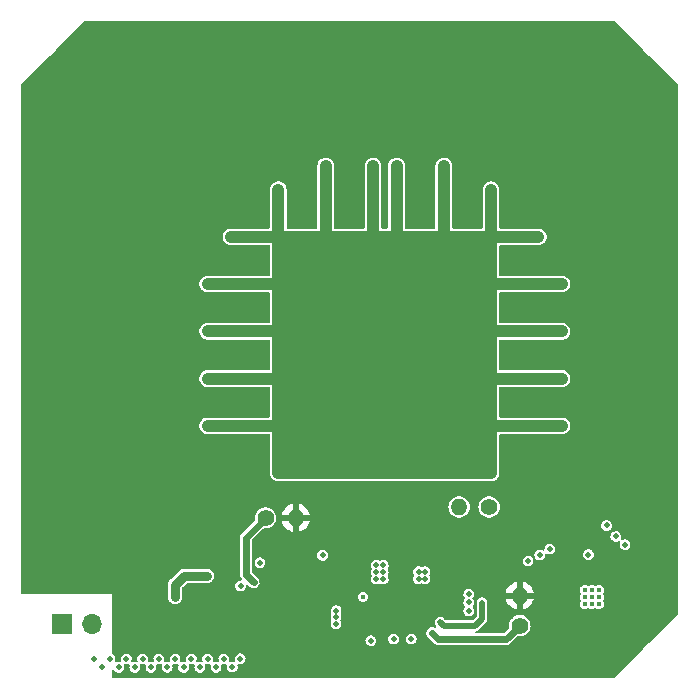
<source format=gbr>
G04 #@! TF.GenerationSoftware,KiCad,Pcbnew,(6.0.0)*
G04 #@! TF.CreationDate,2022-01-13T15:12:19+08:00*
G04 #@! TF.ProjectId,WirelessPower,57697265-6c65-4737-9350-6f7765722e6b,rev?*
G04 #@! TF.SameCoordinates,Original*
G04 #@! TF.FileFunction,Copper,L3,Inr*
G04 #@! TF.FilePolarity,Positive*
%FSLAX46Y46*%
G04 Gerber Fmt 4.6, Leading zero omitted, Abs format (unit mm)*
G04 Created by KiCad (PCBNEW (6.0.0)) date 2022-01-13 15:12:19*
%MOMM*%
%LPD*%
G01*
G04 APERTURE LIST*
G04 #@! TA.AperFunction,ComponentPad*
%ADD10R,1.700000X1.700000*%
G04 #@! TD*
G04 #@! TA.AperFunction,ComponentPad*
%ADD11O,1.700000X1.700000*%
G04 #@! TD*
G04 #@! TA.AperFunction,ComponentPad*
%ADD12C,1.400000*%
G04 #@! TD*
G04 #@! TA.AperFunction,ComponentPad*
%ADD13O,1.400000X1.400000*%
G04 #@! TD*
G04 #@! TA.AperFunction,ViaPad*
%ADD14C,0.500000*%
G04 #@! TD*
G04 #@! TA.AperFunction,ViaPad*
%ADD15C,0.450000*%
G04 #@! TD*
G04 #@! TA.AperFunction,Conductor*
%ADD16C,1.000000*%
G04 #@! TD*
G04 #@! TA.AperFunction,Conductor*
%ADD17C,0.500000*%
G04 #@! TD*
G04 #@! TA.AperFunction,Conductor*
%ADD18C,0.600000*%
G04 #@! TD*
G04 #@! TA.AperFunction,Conductor*
%ADD19C,0.800000*%
G04 #@! TD*
G04 APERTURE END LIST*
D10*
G04 #@! TO.N,BAT+*
G04 #@! TO.C,J5*
X135250000Y-121090000D03*
D11*
G04 #@! TO.N,BAT-*
X137790000Y-121090000D03*
G04 #@! TD*
D12*
G04 #@! TO.N,Net-(C15-Pad2)*
G04 #@! TO.C,J6*
X171410000Y-111140000D03*
D13*
G04 #@! TO.N,Net-(C1-Pad1)*
X168870000Y-111140000D03*
G04 #@! TD*
D12*
G04 #@! TO.N,Net-(TH1-Pad1)*
G04 #@! TO.C,TH1*
X174010000Y-121180000D03*
D13*
G04 #@! TO.N,GND*
X174010000Y-118640000D03*
G04 #@! TD*
D12*
G04 #@! TO.N,Net-(TH2-Pad1)*
G04 #@! TO.C,TH2*
X152490000Y-112060000D03*
D13*
G04 #@! TO.N,GND*
X155030000Y-112060000D03*
G04 #@! TD*
D14*
G04 #@! TO.N,GND*
X153970000Y-116060000D03*
X152970000Y-122540000D03*
X135570000Y-74270000D03*
D15*
X164040000Y-118280000D03*
X164640000Y-118280000D03*
X163440000Y-118880000D03*
X164040000Y-118880000D03*
X164640000Y-118880000D03*
X163440000Y-119480000D03*
X164040000Y-119480000D03*
X164640000Y-119480000D03*
X163440000Y-120080000D03*
X164040000Y-120080000D03*
X164640000Y-120080000D03*
X163440000Y-120680000D03*
X164040000Y-120680000D03*
X164640000Y-120680000D03*
D14*
X147130000Y-118430000D03*
X148130000Y-118430000D03*
X149130000Y-118430000D03*
X146130000Y-119430000D03*
X147130000Y-119430000D03*
X148130000Y-119430000D03*
X149130000Y-119430000D03*
X146130000Y-120430000D03*
X147130000Y-120430000D03*
X148130000Y-120430000D03*
X149130000Y-120430000D03*
X146130000Y-121430000D03*
X147130000Y-121430000D03*
X148130000Y-121430000D03*
X149130000Y-121430000D03*
X147130000Y-122420000D03*
X146130000Y-122420000D03*
X149130000Y-122420000D03*
X148130000Y-122420000D03*
X145110000Y-120430000D03*
X145110000Y-121430000D03*
X145110000Y-122420000D03*
X153970000Y-122540000D03*
X154970000Y-122540000D03*
X155970000Y-122540000D03*
X156970000Y-122540000D03*
X157970000Y-122540000D03*
X158970000Y-122540000D03*
D15*
X163440000Y-118280000D03*
D14*
X137570000Y-74270000D03*
X139570000Y-74270000D03*
X141570000Y-74270000D03*
X143570000Y-74270000D03*
X145570000Y-74270000D03*
X147570000Y-74270000D03*
X149570000Y-74270000D03*
X151570000Y-74270000D03*
X153570000Y-74270000D03*
X155570000Y-74270000D03*
X157570000Y-74270000D03*
X159570000Y-74270000D03*
X161570000Y-74270000D03*
X163570000Y-74270000D03*
X165570000Y-74270000D03*
X167570000Y-74270000D03*
X169570000Y-74270000D03*
X171570000Y-74270000D03*
X173570000Y-74270000D03*
X175570000Y-74270000D03*
X177570000Y-74270000D03*
X179570000Y-74270000D03*
X181570000Y-74270000D03*
X183570000Y-74270000D03*
X183570000Y-76270000D03*
X181570000Y-76270000D03*
X179570000Y-76270000D03*
X177570000Y-76270000D03*
X175570000Y-76270000D03*
X173570000Y-76270000D03*
X171570000Y-76270000D03*
X169570000Y-76270000D03*
X167570000Y-76270000D03*
X165570000Y-76270000D03*
X163570000Y-76270000D03*
X161570000Y-76270000D03*
X159570000Y-76270000D03*
X157570000Y-76270000D03*
X155570000Y-76270000D03*
X153570000Y-76270000D03*
X151570000Y-76270000D03*
X149570000Y-76270000D03*
X147570000Y-76270000D03*
X145570000Y-76270000D03*
X143570000Y-76270000D03*
X141570000Y-76270000D03*
X139570000Y-76270000D03*
X137570000Y-76270000D03*
X135570000Y-76270000D03*
X135570000Y-78270000D03*
X137570000Y-78270000D03*
X139570000Y-78270000D03*
X141570000Y-78270000D03*
X143570000Y-78270000D03*
X145570000Y-78270000D03*
X147570000Y-78270000D03*
X149570000Y-78270000D03*
X151570000Y-78270000D03*
X153570000Y-78270000D03*
X155570000Y-78270000D03*
X157570000Y-78270000D03*
X159570000Y-78270000D03*
X161570000Y-78270000D03*
X163570000Y-78270000D03*
X165570000Y-78270000D03*
X167570000Y-78270000D03*
X169570000Y-78270000D03*
X171570000Y-78270000D03*
X173570000Y-78270000D03*
X175570000Y-78270000D03*
X177570000Y-78270000D03*
X179570000Y-78270000D03*
X181570000Y-78270000D03*
X183570000Y-78270000D03*
X183570000Y-80270000D03*
X181570000Y-80270000D03*
X179570000Y-80270000D03*
X177570000Y-80270000D03*
X175570000Y-80270000D03*
X173570000Y-80270000D03*
X171570000Y-80270000D03*
X169570000Y-80270000D03*
X167570000Y-80270000D03*
X165570000Y-80270000D03*
X163570000Y-80270000D03*
X161570000Y-80270000D03*
X159570000Y-80270000D03*
X157570000Y-80270000D03*
X155570000Y-80270000D03*
X153570000Y-80270000D03*
X151570000Y-80270000D03*
X149570000Y-80270000D03*
X147570000Y-80270000D03*
X145570000Y-80270000D03*
X143570000Y-80270000D03*
X141570000Y-80270000D03*
X139570000Y-80270000D03*
X137570000Y-80270000D03*
X135570000Y-80270000D03*
X135570000Y-82270000D03*
X137570000Y-82270000D03*
X139570000Y-82270000D03*
X141570000Y-82270000D03*
X143570000Y-82270000D03*
X145570000Y-82270000D03*
X147570000Y-82270000D03*
X149570000Y-82270000D03*
X151570000Y-82270000D03*
X153570000Y-82270000D03*
X155570000Y-82270000D03*
X159570000Y-82270000D03*
X165570000Y-82270000D03*
X169570000Y-82270000D03*
X171570000Y-82270000D03*
X173570000Y-82270000D03*
X175570000Y-82270000D03*
X177570000Y-82270000D03*
X179570000Y-82270000D03*
X181570000Y-82270000D03*
X183570000Y-82270000D03*
X183570000Y-84270000D03*
X181570000Y-84270000D03*
X179570000Y-84270000D03*
X177570000Y-84270000D03*
X175570000Y-84270000D03*
X173570000Y-84270000D03*
X169570000Y-84270000D03*
X165570000Y-84270000D03*
X159570000Y-84270000D03*
X155570000Y-84270000D03*
X151570000Y-84270000D03*
X149570000Y-84270000D03*
X147570000Y-84270000D03*
X145570000Y-84270000D03*
X143570000Y-84270000D03*
X141570000Y-84270000D03*
X139570000Y-84270000D03*
X137570000Y-84270000D03*
X135570000Y-84270000D03*
X135570000Y-86270000D03*
X137570000Y-86270000D03*
X139570000Y-86270000D03*
X141570000Y-86270000D03*
X143570000Y-86270000D03*
X145570000Y-86270000D03*
X147570000Y-86270000D03*
X149570000Y-86270000D03*
X151570000Y-86270000D03*
X155570000Y-86270000D03*
X159570000Y-86270000D03*
X165570000Y-86270000D03*
X169570000Y-86270000D03*
X173570000Y-86270000D03*
X175570000Y-86270000D03*
X177570000Y-86270000D03*
X179570000Y-86270000D03*
X181570000Y-86270000D03*
X183570000Y-86270000D03*
X183570000Y-88270000D03*
X181570000Y-88270000D03*
X179570000Y-88270000D03*
X177570000Y-88270000D03*
X147570000Y-88270000D03*
X145570000Y-88270000D03*
X143570000Y-88270000D03*
X141570000Y-88270000D03*
X139570000Y-88270000D03*
X137570000Y-88270000D03*
X135570000Y-88270000D03*
X135570000Y-90270000D03*
X137570000Y-90270000D03*
X139570000Y-90270000D03*
X141570000Y-90270000D03*
X143570000Y-90270000D03*
X145570000Y-90270000D03*
X147570000Y-90270000D03*
X149570000Y-90270000D03*
X151570000Y-90270000D03*
X173570000Y-90270000D03*
X175570000Y-90270000D03*
X177570000Y-90270000D03*
X179570000Y-90270000D03*
X181570000Y-90270000D03*
X183570000Y-90270000D03*
X183570000Y-92270000D03*
X181570000Y-92270000D03*
X179570000Y-92270000D03*
X145570000Y-92270000D03*
X143570000Y-92270000D03*
X141570000Y-92270000D03*
X139570000Y-92270000D03*
X137570000Y-92270000D03*
X135570000Y-92270000D03*
X135570000Y-94270000D03*
X137570000Y-94270000D03*
X139570000Y-94270000D03*
X141570000Y-94270000D03*
X143570000Y-94270000D03*
X145570000Y-94270000D03*
X147570000Y-94270000D03*
X149570000Y-94270000D03*
X151570000Y-94270000D03*
X173570000Y-94270000D03*
X175570000Y-94270000D03*
X177570000Y-94270000D03*
X179570000Y-94270000D03*
X181570000Y-94270000D03*
X183570000Y-94270000D03*
X183570000Y-96270000D03*
X181570000Y-96270000D03*
X179570000Y-96270000D03*
X145570000Y-96270000D03*
X143570000Y-96270000D03*
X141570000Y-96270000D03*
X139570000Y-96270000D03*
X137570000Y-96270000D03*
X135570000Y-96270000D03*
X135570000Y-98270000D03*
X137570000Y-98270000D03*
X139570000Y-98270000D03*
X141570000Y-98270000D03*
X143570000Y-98270000D03*
X145570000Y-98270000D03*
X147570000Y-98270000D03*
X149570000Y-98270000D03*
X151570000Y-98270000D03*
X173570000Y-98270000D03*
X175570000Y-98270000D03*
X177570000Y-98270000D03*
X179570000Y-98270000D03*
X181570000Y-98270000D03*
X183570000Y-98270000D03*
X183570000Y-100270000D03*
X181570000Y-100270000D03*
X179570000Y-100270000D03*
X145570000Y-100270000D03*
X143570000Y-100270000D03*
X141570000Y-100270000D03*
X139570000Y-100270000D03*
X137570000Y-100270000D03*
X135570000Y-100270000D03*
X135570000Y-102270000D03*
X137570000Y-102270000D03*
X139570000Y-102270000D03*
X141570000Y-102270000D03*
X143570000Y-102270000D03*
X145570000Y-102270000D03*
X147570000Y-102270000D03*
X149570000Y-102270000D03*
X151570000Y-102270000D03*
X173570000Y-102270000D03*
X175570000Y-102270000D03*
X177570000Y-102270000D03*
X179570000Y-102270000D03*
X181570000Y-102270000D03*
X183570000Y-102270000D03*
X183570000Y-104270000D03*
X181570000Y-104270000D03*
X179570000Y-104270000D03*
X145570000Y-104270000D03*
X143570000Y-104270000D03*
X141570000Y-104270000D03*
X139570000Y-104270000D03*
X137570000Y-104270000D03*
X135570000Y-104270000D03*
X135570000Y-106270000D03*
X137570000Y-106270000D03*
X139570000Y-106270000D03*
X141570000Y-106270000D03*
X143570000Y-106270000D03*
X145570000Y-106270000D03*
X147570000Y-106270000D03*
X149570000Y-106270000D03*
X151570000Y-106270000D03*
X173570000Y-106270000D03*
X175570000Y-106270000D03*
X177570000Y-106270000D03*
X179570000Y-106270000D03*
X181570000Y-106270000D03*
X183570000Y-106270000D03*
X183570000Y-108270000D03*
X181570000Y-108270000D03*
X179570000Y-108270000D03*
X177570000Y-108270000D03*
X175570000Y-108270000D03*
X173570000Y-108270000D03*
X151570000Y-108270000D03*
X149570000Y-108270000D03*
X147570000Y-108270000D03*
X145570000Y-108270000D03*
X143570000Y-108270000D03*
X141570000Y-108270000D03*
X139570000Y-108270000D03*
X137570000Y-108270000D03*
X135570000Y-108270000D03*
X153570000Y-116560000D03*
X153970000Y-117060000D03*
X146130000Y-118430000D03*
D15*
G04 #@! TO.N,BAT+*
X179500000Y-118160000D03*
D14*
X140036250Y-124720000D03*
X141412500Y-124720000D03*
X142788750Y-124720000D03*
X144165000Y-124720000D03*
X145541250Y-124720000D03*
X146917500Y-124720000D03*
X148293750Y-124720000D03*
X149670000Y-124690000D03*
X144825000Y-124020000D03*
X147577500Y-124020000D03*
X150330000Y-123990000D03*
X148953750Y-124020000D03*
X146201250Y-124020000D03*
X142072500Y-124020000D03*
X139320000Y-124020000D03*
X143448750Y-124020000D03*
X140696250Y-124020000D03*
D15*
X180100000Y-118160000D03*
X180700000Y-118160000D03*
X179500000Y-118760000D03*
X180100000Y-118760000D03*
X180700000Y-118760000D03*
X179500000Y-119360000D03*
X180100000Y-119360000D03*
X180700000Y-119360000D03*
D14*
X137990000Y-124000000D03*
X138660000Y-124720000D03*
G04 #@! TO.N,Net-(C1-Pad2)*
X158450000Y-121040000D03*
X158450000Y-120475000D03*
X161860000Y-116660000D03*
X162450000Y-116660000D03*
X161860000Y-117255000D03*
X162450000Y-117255000D03*
X161860000Y-116065000D03*
X158450000Y-119910000D03*
X162450000Y-116065000D03*
G04 #@! TO.N,Net-(C1-Pad1)*
X157570000Y-82270000D03*
X161570000Y-82270000D03*
X163570000Y-82270000D03*
X167570000Y-82270000D03*
X171570000Y-84270000D03*
X167570000Y-84270000D03*
X163570000Y-84270000D03*
X161570000Y-84270000D03*
X157570000Y-84270000D03*
X153570000Y-84270000D03*
X153570000Y-86270000D03*
X157570000Y-86270000D03*
X161570000Y-86270000D03*
X163570000Y-86270000D03*
X167570000Y-86270000D03*
X171570000Y-86270000D03*
X175570000Y-88270000D03*
X173570000Y-88270000D03*
X171570000Y-88270000D03*
X169570000Y-88270000D03*
X167570000Y-88270000D03*
X165570000Y-88270000D03*
X163570000Y-88270000D03*
X161570000Y-88270000D03*
X159570000Y-88270000D03*
X157570000Y-88270000D03*
X155570000Y-88270000D03*
X153570000Y-88270000D03*
X151570000Y-88270000D03*
X149570000Y-88270000D03*
X153570000Y-90270000D03*
X155570000Y-90270000D03*
X157570000Y-90270000D03*
X159570000Y-90270000D03*
X161570000Y-90270000D03*
X163570000Y-90270000D03*
X165570000Y-90270000D03*
X167570000Y-90270000D03*
X169570000Y-90270000D03*
X171570000Y-90270000D03*
X177570000Y-92270000D03*
X175570000Y-92270000D03*
X173570000Y-92270000D03*
X171570000Y-92270000D03*
X169570000Y-92270000D03*
X167570000Y-92270000D03*
X165570000Y-92270000D03*
X163570000Y-92270000D03*
X161570000Y-92270000D03*
X159570000Y-92270000D03*
X157570000Y-92270000D03*
X155570000Y-92270000D03*
X153570000Y-92270000D03*
X151570000Y-92270000D03*
X149570000Y-92270000D03*
X147570000Y-92270000D03*
X153570000Y-94270000D03*
X155570000Y-94270000D03*
X157570000Y-94270000D03*
X159570000Y-94270000D03*
X161570000Y-94270000D03*
X163570000Y-94270000D03*
X165570000Y-94270000D03*
X167570000Y-94270000D03*
X169570000Y-94270000D03*
X171570000Y-94270000D03*
X177570000Y-96270000D03*
X175570000Y-96270000D03*
X173570000Y-96270000D03*
X171570000Y-96270000D03*
X169570000Y-96270000D03*
X167570000Y-96270000D03*
X165570000Y-96270000D03*
X163570000Y-96270000D03*
X161570000Y-96270000D03*
X159570000Y-96270000D03*
X157570000Y-96270000D03*
X155570000Y-96270000D03*
X153570000Y-96270000D03*
X151570000Y-96270000D03*
X149570000Y-96270000D03*
X147570000Y-96270000D03*
X153570000Y-98270000D03*
X155570000Y-98270000D03*
X157570000Y-98270000D03*
X159570000Y-98270000D03*
X161570000Y-98270000D03*
X163570000Y-98270000D03*
X165570000Y-98270000D03*
X167570000Y-98270000D03*
X169570000Y-98270000D03*
X171570000Y-98270000D03*
X177570000Y-100270000D03*
X175570000Y-100270000D03*
X173570000Y-100270000D03*
X171570000Y-100270000D03*
X169570000Y-100270000D03*
X167570000Y-100270000D03*
X165570000Y-100270000D03*
X163570000Y-100270000D03*
X161570000Y-100270000D03*
X159570000Y-100270000D03*
X157570000Y-100270000D03*
X155570000Y-100270000D03*
X153570000Y-100270000D03*
X151570000Y-100270000D03*
X149570000Y-100270000D03*
X147570000Y-100270000D03*
X153570000Y-102270000D03*
X155570000Y-102270000D03*
X157570000Y-102270000D03*
X159570000Y-102270000D03*
X161570000Y-102270000D03*
X163570000Y-102270000D03*
X165570000Y-102270000D03*
X167570000Y-102270000D03*
X169570000Y-102270000D03*
X171570000Y-102270000D03*
X177570000Y-104270000D03*
X175570000Y-104270000D03*
X173570000Y-104270000D03*
X171570000Y-104270000D03*
X169570000Y-104270000D03*
X167570000Y-104270000D03*
X165570000Y-104270000D03*
X163570000Y-104270000D03*
X161570000Y-104270000D03*
X159570000Y-104270000D03*
X157570000Y-104270000D03*
X155570000Y-104270000D03*
X153570000Y-104270000D03*
X151570000Y-104270000D03*
X149570000Y-104270000D03*
X147570000Y-104270000D03*
X153570000Y-106270000D03*
X155570000Y-106270000D03*
X157570000Y-106270000D03*
X159570000Y-106270000D03*
X161570000Y-106270000D03*
X163570000Y-106270000D03*
X165570000Y-106270000D03*
X167570000Y-106270000D03*
X169570000Y-106270000D03*
X171570000Y-106270000D03*
X171570000Y-108270000D03*
X169570000Y-108270000D03*
X167570000Y-108270000D03*
X165570000Y-108270000D03*
X163570000Y-108270000D03*
X161570000Y-108270000D03*
X159570000Y-108270000D03*
X157570000Y-108270000D03*
X155570000Y-108270000D03*
X153570000Y-108270000D03*
G04 #@! TO.N,Net-(R1-Pad1)*
X170800000Y-119240000D03*
X167260000Y-120900000D03*
G04 #@! TO.N,BAT_ISET*
X176540000Y-114710000D03*
X152010000Y-115870000D03*
G04 #@! TO.N,Net-(TH1-Pad1)*
X166600000Y-121810000D03*
G04 #@! TO.N,Net-(TH2-Pad1)*
X151469993Y-117510007D03*
G04 #@! TO.N,Net-(U1-Pad2)*
X144830000Y-118760000D03*
X147535000Y-116970000D03*
D15*
G04 #@! TO.N,REG_power*
X160735000Y-118740000D03*
D14*
X179820000Y-115170000D03*
G04 #@! TO.N,REG_EN2*
X164820000Y-122310000D03*
X181350000Y-112710000D03*
G04 #@! TO.N,REG_EN1*
X163320000Y-122310000D03*
X182140000Y-113640000D03*
G04 #@! TO.N,REG_CHG*
X182920000Y-114330000D03*
X161400000Y-122460000D03*
G04 #@! TO.N,BAT_PG*
X175700000Y-115210000D03*
X157310000Y-115240000D03*
G04 #@! TO.N,BAT_CHG*
X174710000Y-115710000D03*
X150370000Y-117820000D03*
G04 #@! TO.N,Net-(C15-Pad2)*
X169680000Y-119940000D03*
X165440000Y-117220000D03*
X165990000Y-116620000D03*
X165440000Y-116620000D03*
X169680000Y-119230000D03*
X169680000Y-118520000D03*
X165990000Y-117220000D03*
G04 #@! TD*
D16*
G04 #@! TO.N,Net-(C1-Pad1)*
X154260000Y-88270000D02*
X154260000Y-108270000D01*
X154910000Y-88270000D02*
X154910000Y-108270000D01*
X156310000Y-88270000D02*
X156310000Y-108270000D01*
X156960000Y-88270000D02*
X156960000Y-108270000D01*
X158210000Y-88270000D02*
X158210000Y-108270000D01*
X158910000Y-88270000D02*
X158910000Y-108270000D01*
X160310000Y-88270000D02*
X160310000Y-108270000D01*
X160910000Y-88270000D02*
X160910000Y-108270000D01*
X162110000Y-88270000D02*
X162110000Y-108270000D01*
X162760000Y-88270000D02*
X162760000Y-108270000D01*
X164060000Y-88270000D02*
X164060000Y-108270000D01*
X164810000Y-88270000D02*
X164810000Y-108270000D01*
X166160000Y-88270000D02*
X166160000Y-108270000D01*
X166900000Y-88270000D02*
X166900000Y-108270000D01*
X168500000Y-88270000D02*
X168500000Y-108270000D01*
X169060000Y-88270000D02*
X169060000Y-108270000D01*
X170010000Y-108270000D02*
X170010000Y-88270000D01*
X170760000Y-108270000D02*
X170760000Y-88270000D01*
X171570000Y-92270000D02*
X177570000Y-92270000D01*
X175570000Y-104270000D02*
X177570000Y-104270000D01*
X153570000Y-90270000D02*
X171570000Y-90270000D01*
X153570000Y-100270000D02*
X147570000Y-100270000D01*
X161570000Y-108270000D02*
X161570000Y-88270000D01*
X175570000Y-104270000D02*
X171570000Y-104270000D01*
X167570000Y-82270000D02*
X167570000Y-88270000D01*
X153570000Y-100270000D02*
X171360000Y-100270000D01*
X161570000Y-82270000D02*
X161570000Y-88270000D01*
X167570000Y-88270000D02*
X167570000Y-108270000D01*
X171780000Y-100270000D02*
X171570000Y-100060000D01*
X171570000Y-96270000D02*
X177570000Y-96270000D01*
X153570000Y-106270000D02*
X171570000Y-106270000D01*
X171570000Y-108270000D02*
X171570000Y-100060000D01*
X153570000Y-104270000D02*
X149570000Y-104270000D01*
X171570000Y-100060000D02*
X171570000Y-88270000D01*
X153570000Y-92270000D02*
X171570000Y-92270000D01*
X155570000Y-88270000D02*
X155570000Y-108270000D01*
X159570000Y-108270000D02*
X159570000Y-88270000D01*
X153570000Y-98270000D02*
X171570000Y-98270000D01*
X175570000Y-88270000D02*
X171570000Y-88270000D01*
X153570000Y-108270000D02*
X171570000Y-108270000D01*
X171570000Y-94270000D02*
X153570000Y-94270000D01*
X171360000Y-100270000D02*
X171570000Y-100060000D01*
X171570000Y-84270000D02*
X171570000Y-88270000D01*
X153570000Y-88270000D02*
X171570000Y-88270000D01*
X153570000Y-88270000D02*
X153570000Y-84270000D01*
X169570000Y-108270000D02*
X169570000Y-88270000D01*
X171570000Y-96270000D02*
X153570000Y-96270000D01*
X153570000Y-88270000D02*
X149570000Y-88270000D01*
X153570000Y-88270000D02*
X153570000Y-108270000D01*
X177570000Y-100270000D02*
X171780000Y-100270000D01*
X163570000Y-88270000D02*
X163570000Y-108270000D01*
X147570000Y-96270000D02*
X153570000Y-96270000D01*
X153570000Y-92270000D02*
X147570000Y-92270000D01*
X149570000Y-104270000D02*
X147570000Y-104270000D01*
X171570000Y-104270000D02*
X153570000Y-104270000D01*
X157570000Y-88270000D02*
X157570000Y-82270000D01*
X163570000Y-88270000D02*
X163570000Y-82270000D01*
X171570000Y-102270000D02*
X153570000Y-102270000D01*
X157570000Y-88270000D02*
X157570000Y-108270000D01*
X165570000Y-108270000D02*
X165570000Y-88270000D01*
D17*
G04 #@! TO.N,Net-(R1-Pad1)*
X170230000Y-121190000D02*
X170800000Y-120620000D01*
X167260000Y-120900000D02*
X167550000Y-121190000D01*
X167550000Y-121190000D02*
X170230000Y-121190000D01*
X170800000Y-120620000D02*
X170800000Y-119240000D01*
D18*
G04 #@! TO.N,Net-(TH1-Pad1)*
X172860000Y-122330000D02*
X174010000Y-121180000D01*
X166600000Y-121810000D02*
X167120000Y-122330000D01*
X167120000Y-122330000D02*
X172860000Y-122330000D01*
G04 #@! TO.N,Net-(TH2-Pad1)*
X152490000Y-112060000D02*
X150820000Y-113730000D01*
X150820000Y-113730000D02*
X150820000Y-116860014D01*
X150820000Y-116860014D02*
X151469993Y-117510007D01*
D19*
G04 #@! TO.N,Net-(U1-Pad2)*
X144830000Y-117720000D02*
X145580000Y-116970000D01*
X145580000Y-116970000D02*
X147535000Y-116970000D01*
X144830000Y-118760000D02*
X144830000Y-117720000D01*
G04 #@! TD*
G04 #@! TA.AperFunction,Conductor*
G04 #@! TO.N,GND*
G36*
X182080223Y-70008906D02*
G01*
X182092036Y-70018995D01*
X184435335Y-72362294D01*
X184455055Y-72390458D01*
X184479432Y-72442734D01*
X184609953Y-72629139D01*
X184770861Y-72790047D01*
X184957266Y-72920568D01*
X184961176Y-72922391D01*
X184961179Y-72922393D01*
X185009542Y-72944945D01*
X185037706Y-72964665D01*
X187381004Y-75307963D01*
X187408781Y-75362480D01*
X187410000Y-75377967D01*
X187410001Y-120203360D01*
X187391094Y-120261551D01*
X187381005Y-120273364D01*
X185040193Y-122614176D01*
X185012028Y-122633896D01*
X184957266Y-122659432D01*
X184953723Y-122661913D01*
X184953721Y-122661914D01*
X184786711Y-122778855D01*
X184770861Y-122789953D01*
X184609953Y-122950861D01*
X184479432Y-123137266D01*
X184477602Y-123141191D01*
X184453896Y-123192028D01*
X184434176Y-123220193D01*
X182093365Y-125561004D01*
X182038848Y-125588781D01*
X182023361Y-125590000D01*
X169624020Y-125590000D01*
X139558159Y-125590001D01*
X139499968Y-125571094D01*
X139464004Y-125521594D01*
X139459160Y-125490566D01*
X139460700Y-125139788D01*
X139461307Y-125001661D01*
X139480470Y-124943555D01*
X139530127Y-124907809D01*
X139591312Y-124908078D01*
X139640653Y-124944259D01*
X139644353Y-124949780D01*
X139647014Y-124954054D01*
X139649855Y-124960510D01*
X139656287Y-124968162D01*
X139728350Y-125053892D01*
X139728353Y-125053894D01*
X139732889Y-125059291D01*
X139840310Y-125130796D01*
X139847038Y-125132898D01*
X139847040Y-125132899D01*
X139901897Y-125150037D01*
X139963483Y-125169278D01*
X140027994Y-125170461D01*
X140085452Y-125171514D01*
X140085454Y-125171514D01*
X140092505Y-125171643D01*
X140099308Y-125169788D01*
X140099310Y-125169788D01*
X140141078Y-125158400D01*
X140217005Y-125137700D01*
X140326974Y-125070179D01*
X140413572Y-124974507D01*
X140469838Y-124858375D01*
X140491247Y-124731120D01*
X140491383Y-124720000D01*
X140473089Y-124592259D01*
X140470169Y-124585836D01*
X140469118Y-124582243D01*
X140470933Y-124521085D01*
X140508350Y-124472673D01*
X140567076Y-124455501D01*
X140593662Y-124459962D01*
X140616746Y-124467174D01*
X140616751Y-124467175D01*
X140623483Y-124469278D01*
X140687994Y-124470460D01*
X140745452Y-124471514D01*
X140745454Y-124471514D01*
X140752505Y-124471643D01*
X140759308Y-124469788D01*
X140759310Y-124469788D01*
X140865607Y-124440808D01*
X140926722Y-124443744D01*
X140974439Y-124482041D01*
X140990533Y-124541072D01*
X140981260Y-124578399D01*
X140980251Y-124580547D01*
X140980250Y-124580552D01*
X140977254Y-124586932D01*
X140957401Y-124714440D01*
X140958316Y-124721437D01*
X140958316Y-124721438D01*
X140959582Y-124731120D01*
X140974133Y-124842394D01*
X140976971Y-124848845D01*
X140976972Y-124848847D01*
X141023264Y-124954054D01*
X141026105Y-124960510D01*
X141060697Y-125001662D01*
X141104600Y-125053892D01*
X141104603Y-125053894D01*
X141109139Y-125059291D01*
X141216560Y-125130796D01*
X141223288Y-125132898D01*
X141223290Y-125132899D01*
X141278147Y-125150037D01*
X141339733Y-125169278D01*
X141404244Y-125170461D01*
X141461702Y-125171514D01*
X141461704Y-125171514D01*
X141468755Y-125171643D01*
X141475558Y-125169788D01*
X141475560Y-125169788D01*
X141517328Y-125158400D01*
X141593255Y-125137700D01*
X141703224Y-125070179D01*
X141789822Y-124974507D01*
X141846088Y-124858375D01*
X141867497Y-124731120D01*
X141867633Y-124720000D01*
X141849339Y-124592259D01*
X141846419Y-124585836D01*
X141845368Y-124582243D01*
X141847183Y-124521085D01*
X141884600Y-124472673D01*
X141943326Y-124455501D01*
X141969912Y-124459962D01*
X141992996Y-124467174D01*
X141993001Y-124467175D01*
X141999733Y-124469278D01*
X142064244Y-124470460D01*
X142121702Y-124471514D01*
X142121704Y-124471514D01*
X142128755Y-124471643D01*
X142135558Y-124469788D01*
X142135560Y-124469788D01*
X142241857Y-124440808D01*
X142302972Y-124443744D01*
X142350689Y-124482041D01*
X142366783Y-124541072D01*
X142357510Y-124578399D01*
X142356501Y-124580547D01*
X142356500Y-124580552D01*
X142353504Y-124586932D01*
X142333651Y-124714440D01*
X142334566Y-124721437D01*
X142334566Y-124721438D01*
X142335832Y-124731120D01*
X142350383Y-124842394D01*
X142353221Y-124848845D01*
X142353222Y-124848847D01*
X142399514Y-124954054D01*
X142402355Y-124960510D01*
X142436947Y-125001662D01*
X142480850Y-125053892D01*
X142480853Y-125053894D01*
X142485389Y-125059291D01*
X142592810Y-125130796D01*
X142599538Y-125132898D01*
X142599540Y-125132899D01*
X142654397Y-125150037D01*
X142715983Y-125169278D01*
X142780494Y-125170461D01*
X142837952Y-125171514D01*
X142837954Y-125171514D01*
X142845005Y-125171643D01*
X142851808Y-125169788D01*
X142851810Y-125169788D01*
X142893578Y-125158400D01*
X142969505Y-125137700D01*
X143079474Y-125070179D01*
X143166072Y-124974507D01*
X143222338Y-124858375D01*
X143243747Y-124731120D01*
X143243883Y-124720000D01*
X143225589Y-124592259D01*
X143222669Y-124585836D01*
X143221618Y-124582243D01*
X143223433Y-124521085D01*
X143260850Y-124472673D01*
X143319576Y-124455501D01*
X143346162Y-124459962D01*
X143369246Y-124467174D01*
X143369251Y-124467175D01*
X143375983Y-124469278D01*
X143440494Y-124470460D01*
X143497952Y-124471514D01*
X143497954Y-124471514D01*
X143505005Y-124471643D01*
X143511808Y-124469788D01*
X143511810Y-124469788D01*
X143618107Y-124440808D01*
X143679222Y-124443744D01*
X143726939Y-124482041D01*
X143743033Y-124541072D01*
X143733760Y-124578399D01*
X143732751Y-124580547D01*
X143732750Y-124580552D01*
X143729754Y-124586932D01*
X143709901Y-124714440D01*
X143710816Y-124721437D01*
X143710816Y-124721438D01*
X143712082Y-124731120D01*
X143726633Y-124842394D01*
X143729471Y-124848845D01*
X143729472Y-124848847D01*
X143775764Y-124954054D01*
X143778605Y-124960510D01*
X143813197Y-125001662D01*
X143857100Y-125053892D01*
X143857103Y-125053894D01*
X143861639Y-125059291D01*
X143969060Y-125130796D01*
X143975788Y-125132898D01*
X143975790Y-125132899D01*
X144030647Y-125150037D01*
X144092233Y-125169278D01*
X144156744Y-125170461D01*
X144214202Y-125171514D01*
X144214204Y-125171514D01*
X144221255Y-125171643D01*
X144228058Y-125169788D01*
X144228060Y-125169788D01*
X144269828Y-125158400D01*
X144345755Y-125137700D01*
X144455724Y-125070179D01*
X144542322Y-124974507D01*
X144598588Y-124858375D01*
X144619997Y-124731120D01*
X144620133Y-124720000D01*
X144601839Y-124592259D01*
X144598919Y-124585836D01*
X144597868Y-124582243D01*
X144599683Y-124521085D01*
X144637100Y-124472673D01*
X144695826Y-124455501D01*
X144722412Y-124459962D01*
X144745496Y-124467174D01*
X144745501Y-124467175D01*
X144752233Y-124469278D01*
X144816744Y-124470460D01*
X144874202Y-124471514D01*
X144874204Y-124471514D01*
X144881255Y-124471643D01*
X144888058Y-124469788D01*
X144888060Y-124469788D01*
X144994357Y-124440808D01*
X145055472Y-124443744D01*
X145103189Y-124482041D01*
X145119283Y-124541072D01*
X145110010Y-124578399D01*
X145109001Y-124580547D01*
X145109000Y-124580552D01*
X145106004Y-124586932D01*
X145086151Y-124714440D01*
X145087066Y-124721437D01*
X145087066Y-124721438D01*
X145088332Y-124731120D01*
X145102883Y-124842394D01*
X145105721Y-124848845D01*
X145105722Y-124848847D01*
X145152014Y-124954054D01*
X145154855Y-124960510D01*
X145189447Y-125001662D01*
X145233350Y-125053892D01*
X145233353Y-125053894D01*
X145237889Y-125059291D01*
X145345310Y-125130796D01*
X145352038Y-125132898D01*
X145352040Y-125132899D01*
X145406897Y-125150037D01*
X145468483Y-125169278D01*
X145532994Y-125170461D01*
X145590452Y-125171514D01*
X145590454Y-125171514D01*
X145597505Y-125171643D01*
X145604308Y-125169788D01*
X145604310Y-125169788D01*
X145646078Y-125158400D01*
X145722005Y-125137700D01*
X145831974Y-125070179D01*
X145918572Y-124974507D01*
X145974838Y-124858375D01*
X145996247Y-124731120D01*
X145996383Y-124720000D01*
X145978089Y-124592259D01*
X145975169Y-124585836D01*
X145974118Y-124582243D01*
X145975933Y-124521085D01*
X146013350Y-124472673D01*
X146072076Y-124455501D01*
X146098662Y-124459962D01*
X146121746Y-124467174D01*
X146121751Y-124467175D01*
X146128483Y-124469278D01*
X146192994Y-124470460D01*
X146250452Y-124471514D01*
X146250454Y-124471514D01*
X146257505Y-124471643D01*
X146264308Y-124469788D01*
X146264310Y-124469788D01*
X146370607Y-124440808D01*
X146431722Y-124443744D01*
X146479439Y-124482041D01*
X146495533Y-124541072D01*
X146486260Y-124578399D01*
X146485251Y-124580547D01*
X146485250Y-124580552D01*
X146482254Y-124586932D01*
X146462401Y-124714440D01*
X146463316Y-124721437D01*
X146463316Y-124721438D01*
X146464582Y-124731120D01*
X146479133Y-124842394D01*
X146481971Y-124848845D01*
X146481972Y-124848847D01*
X146528264Y-124954054D01*
X146531105Y-124960510D01*
X146565697Y-125001662D01*
X146609600Y-125053892D01*
X146609603Y-125053894D01*
X146614139Y-125059291D01*
X146721560Y-125130796D01*
X146728288Y-125132898D01*
X146728290Y-125132899D01*
X146783147Y-125150037D01*
X146844733Y-125169278D01*
X146909244Y-125170461D01*
X146966702Y-125171514D01*
X146966704Y-125171514D01*
X146973755Y-125171643D01*
X146980558Y-125169788D01*
X146980560Y-125169788D01*
X147022328Y-125158400D01*
X147098255Y-125137700D01*
X147208224Y-125070179D01*
X147294822Y-124974507D01*
X147351088Y-124858375D01*
X147372497Y-124731120D01*
X147372633Y-124720000D01*
X147354339Y-124592259D01*
X147351419Y-124585836D01*
X147350368Y-124582243D01*
X147352183Y-124521085D01*
X147389600Y-124472673D01*
X147448326Y-124455501D01*
X147474912Y-124459962D01*
X147497996Y-124467174D01*
X147498001Y-124467175D01*
X147504733Y-124469278D01*
X147569244Y-124470460D01*
X147626702Y-124471514D01*
X147626704Y-124471514D01*
X147633755Y-124471643D01*
X147640558Y-124469788D01*
X147640560Y-124469788D01*
X147746857Y-124440808D01*
X147807972Y-124443744D01*
X147855689Y-124482041D01*
X147871783Y-124541072D01*
X147862510Y-124578399D01*
X147861501Y-124580547D01*
X147861500Y-124580552D01*
X147858504Y-124586932D01*
X147838651Y-124714440D01*
X147839566Y-124721437D01*
X147839566Y-124721438D01*
X147840832Y-124731120D01*
X147855383Y-124842394D01*
X147858221Y-124848845D01*
X147858222Y-124848847D01*
X147904514Y-124954054D01*
X147907355Y-124960510D01*
X147941947Y-125001662D01*
X147985850Y-125053892D01*
X147985853Y-125053894D01*
X147990389Y-125059291D01*
X148097810Y-125130796D01*
X148104538Y-125132898D01*
X148104540Y-125132899D01*
X148159397Y-125150037D01*
X148220983Y-125169278D01*
X148285494Y-125170461D01*
X148342952Y-125171514D01*
X148342954Y-125171514D01*
X148350005Y-125171643D01*
X148356808Y-125169788D01*
X148356810Y-125169788D01*
X148398578Y-125158400D01*
X148474505Y-125137700D01*
X148584474Y-125070179D01*
X148671072Y-124974507D01*
X148727338Y-124858375D01*
X148748747Y-124731120D01*
X148748883Y-124720000D01*
X148730589Y-124592259D01*
X148727669Y-124585836D01*
X148726618Y-124582243D01*
X148728433Y-124521085D01*
X148765850Y-124472673D01*
X148824576Y-124455501D01*
X148851162Y-124459962D01*
X148874246Y-124467174D01*
X148874251Y-124467175D01*
X148880983Y-124469278D01*
X148945494Y-124470460D01*
X149002952Y-124471514D01*
X149002954Y-124471514D01*
X149010005Y-124471643D01*
X149016808Y-124469788D01*
X149016810Y-124469788D01*
X149111577Y-124443951D01*
X149172692Y-124446887D01*
X149220409Y-124485184D01*
X149236503Y-124544215D01*
X149234301Y-124556861D01*
X149234754Y-124556932D01*
X149214901Y-124684440D01*
X149215816Y-124691437D01*
X149215816Y-124691438D01*
X149217082Y-124701120D01*
X149231633Y-124812394D01*
X149234471Y-124818845D01*
X149234472Y-124818847D01*
X149280764Y-124924054D01*
X149283605Y-124930510D01*
X149303396Y-124954054D01*
X149362100Y-125023892D01*
X149362103Y-125023894D01*
X149366639Y-125029291D01*
X149474060Y-125100796D01*
X149480788Y-125102898D01*
X149480790Y-125102899D01*
X149535646Y-125120037D01*
X149597233Y-125139278D01*
X149661744Y-125140461D01*
X149719202Y-125141514D01*
X149719204Y-125141514D01*
X149726255Y-125141643D01*
X149733058Y-125139788D01*
X149733060Y-125139788D01*
X149780375Y-125126888D01*
X149850755Y-125107700D01*
X149960724Y-125040179D01*
X150032837Y-124960510D01*
X150042590Y-124949735D01*
X150042590Y-124949734D01*
X150047322Y-124944507D01*
X150103588Y-124828375D01*
X150114596Y-124762941D01*
X150124363Y-124704891D01*
X150124363Y-124704886D01*
X150124997Y-124701120D01*
X150125133Y-124690000D01*
X150106839Y-124562259D01*
X150103919Y-124555836D01*
X150102868Y-124552243D01*
X150104683Y-124491085D01*
X150142100Y-124442673D01*
X150200826Y-124425501D01*
X150227412Y-124429962D01*
X150250496Y-124437174D01*
X150250501Y-124437175D01*
X150257233Y-124439278D01*
X150321744Y-124440460D01*
X150379202Y-124441514D01*
X150379204Y-124441514D01*
X150386255Y-124441643D01*
X150393058Y-124439788D01*
X150393060Y-124439788D01*
X150445462Y-124425501D01*
X150510755Y-124407700D01*
X150620724Y-124340179D01*
X150678055Y-124276841D01*
X150702590Y-124249735D01*
X150702590Y-124249734D01*
X150707322Y-124244507D01*
X150763588Y-124128375D01*
X150774596Y-124062941D01*
X150784363Y-124004891D01*
X150784363Y-124004886D01*
X150784997Y-124001120D01*
X150785133Y-123990000D01*
X150766839Y-123862259D01*
X150729989Y-123781212D01*
X150716349Y-123751212D01*
X150716348Y-123751211D01*
X150713428Y-123744788D01*
X150629193Y-123647028D01*
X150623276Y-123643193D01*
X150623274Y-123643191D01*
X150526824Y-123580677D01*
X150520906Y-123576841D01*
X150514150Y-123574821D01*
X150514149Y-123574820D01*
X150466765Y-123560649D01*
X150397273Y-123539866D01*
X150320644Y-123539398D01*
X150275282Y-123539121D01*
X150268231Y-123539078D01*
X150261454Y-123541015D01*
X150261453Y-123541015D01*
X150150935Y-123572601D01*
X150150933Y-123572602D01*
X150144155Y-123574539D01*
X150035019Y-123643399D01*
X149949596Y-123740122D01*
X149894754Y-123856932D01*
X149874901Y-123984440D01*
X149875816Y-123991437D01*
X149875816Y-123991438D01*
X149877082Y-124001120D01*
X149891633Y-124112394D01*
X149894472Y-124118847D01*
X149896370Y-124125644D01*
X149894326Y-124126215D01*
X149899451Y-124177105D01*
X149868629Y-124229960D01*
X149812626Y-124254604D01*
X149774339Y-124250951D01*
X149744035Y-124241888D01*
X149744033Y-124241888D01*
X149737273Y-124239866D01*
X149660644Y-124239398D01*
X149615282Y-124239121D01*
X149608231Y-124239078D01*
X149601454Y-124241015D01*
X149601453Y-124241015D01*
X149512782Y-124266357D01*
X149451635Y-124264168D01*
X149403454Y-124226456D01*
X149386640Y-124167626D01*
X149387949Y-124154743D01*
X149408113Y-124034891D01*
X149408113Y-124034886D01*
X149408747Y-124031120D01*
X149408883Y-124020000D01*
X149390589Y-123892259D01*
X149337178Y-123774788D01*
X149252943Y-123677028D01*
X149247026Y-123673193D01*
X149247024Y-123673191D01*
X149150574Y-123610677D01*
X149144656Y-123606841D01*
X149137900Y-123604821D01*
X149137899Y-123604820D01*
X149095085Y-123592016D01*
X149021023Y-123569866D01*
X148944394Y-123569398D01*
X148899032Y-123569121D01*
X148891981Y-123569078D01*
X148885204Y-123571015D01*
X148885203Y-123571015D01*
X148774685Y-123602601D01*
X148774683Y-123602602D01*
X148767905Y-123604539D01*
X148658769Y-123673399D01*
X148573346Y-123770122D01*
X148518504Y-123886932D01*
X148498651Y-124014440D01*
X148499566Y-124021437D01*
X148499566Y-124021438D01*
X148500832Y-124031120D01*
X148515383Y-124142394D01*
X148518222Y-124148847D01*
X148520120Y-124155644D01*
X148518076Y-124156215D01*
X148523201Y-124207105D01*
X148492379Y-124259960D01*
X148436376Y-124284604D01*
X148398089Y-124280951D01*
X148367785Y-124271888D01*
X148367783Y-124271888D01*
X148361023Y-124269866D01*
X148284394Y-124269398D01*
X148239032Y-124269121D01*
X148231981Y-124269078D01*
X148225204Y-124271015D01*
X148225203Y-124271015D01*
X148126127Y-124299331D01*
X148064981Y-124297142D01*
X148016799Y-124259430D01*
X147999985Y-124200600D01*
X148007128Y-124171844D01*
X148005868Y-124171442D01*
X148008012Y-124164724D01*
X148011088Y-124158375D01*
X148032497Y-124031120D01*
X148032633Y-124020000D01*
X148014339Y-123892259D01*
X147960928Y-123774788D01*
X147876693Y-123677028D01*
X147870776Y-123673193D01*
X147870774Y-123673191D01*
X147774324Y-123610677D01*
X147768406Y-123606841D01*
X147761650Y-123604821D01*
X147761649Y-123604820D01*
X147718835Y-123592016D01*
X147644773Y-123569866D01*
X147568144Y-123569398D01*
X147522782Y-123569121D01*
X147515731Y-123569078D01*
X147508954Y-123571015D01*
X147508953Y-123571015D01*
X147398435Y-123602601D01*
X147398433Y-123602602D01*
X147391655Y-123604539D01*
X147282519Y-123673399D01*
X147197096Y-123770122D01*
X147142254Y-123886932D01*
X147122401Y-124014440D01*
X147123316Y-124021437D01*
X147123316Y-124021438D01*
X147124582Y-124031120D01*
X147139133Y-124142394D01*
X147141972Y-124148847D01*
X147143870Y-124155644D01*
X147141826Y-124156215D01*
X147146951Y-124207105D01*
X147116129Y-124259960D01*
X147060126Y-124284604D01*
X147021839Y-124280951D01*
X146991535Y-124271888D01*
X146991533Y-124271888D01*
X146984773Y-124269866D01*
X146908144Y-124269398D01*
X146862782Y-124269121D01*
X146855731Y-124269078D01*
X146848954Y-124271015D01*
X146848953Y-124271015D01*
X146749877Y-124299331D01*
X146688731Y-124297142D01*
X146640549Y-124259430D01*
X146623735Y-124200600D01*
X146630878Y-124171844D01*
X146629618Y-124171442D01*
X146631762Y-124164724D01*
X146634838Y-124158375D01*
X146656247Y-124031120D01*
X146656383Y-124020000D01*
X146638089Y-123892259D01*
X146584678Y-123774788D01*
X146500443Y-123677028D01*
X146494526Y-123673193D01*
X146494524Y-123673191D01*
X146398074Y-123610677D01*
X146392156Y-123606841D01*
X146385400Y-123604821D01*
X146385399Y-123604820D01*
X146342585Y-123592016D01*
X146268523Y-123569866D01*
X146191894Y-123569398D01*
X146146532Y-123569121D01*
X146139481Y-123569078D01*
X146132704Y-123571015D01*
X146132703Y-123571015D01*
X146022185Y-123602601D01*
X146022183Y-123602602D01*
X146015405Y-123604539D01*
X145906269Y-123673399D01*
X145820846Y-123770122D01*
X145766004Y-123886932D01*
X145746151Y-124014440D01*
X145747066Y-124021437D01*
X145747066Y-124021438D01*
X145748332Y-124031120D01*
X145762883Y-124142394D01*
X145765722Y-124148847D01*
X145767620Y-124155644D01*
X145765576Y-124156215D01*
X145770701Y-124207105D01*
X145739879Y-124259960D01*
X145683876Y-124284604D01*
X145645589Y-124280951D01*
X145615285Y-124271888D01*
X145615283Y-124271888D01*
X145608523Y-124269866D01*
X145531894Y-124269398D01*
X145486532Y-124269121D01*
X145479481Y-124269078D01*
X145472704Y-124271015D01*
X145472703Y-124271015D01*
X145373627Y-124299331D01*
X145312481Y-124297142D01*
X145264299Y-124259430D01*
X145247485Y-124200600D01*
X145254628Y-124171844D01*
X145253368Y-124171442D01*
X145255512Y-124164724D01*
X145258588Y-124158375D01*
X145279997Y-124031120D01*
X145280133Y-124020000D01*
X145261839Y-123892259D01*
X145208428Y-123774788D01*
X145124193Y-123677028D01*
X145118276Y-123673193D01*
X145118274Y-123673191D01*
X145021824Y-123610677D01*
X145015906Y-123606841D01*
X145009150Y-123604821D01*
X145009149Y-123604820D01*
X144966335Y-123592016D01*
X144892273Y-123569866D01*
X144815644Y-123569398D01*
X144770282Y-123569121D01*
X144763231Y-123569078D01*
X144756454Y-123571015D01*
X144756453Y-123571015D01*
X144645935Y-123602601D01*
X144645933Y-123602602D01*
X144639155Y-123604539D01*
X144530019Y-123673399D01*
X144444596Y-123770122D01*
X144389754Y-123886932D01*
X144369901Y-124014440D01*
X144370816Y-124021437D01*
X144370816Y-124021438D01*
X144372082Y-124031120D01*
X144386633Y-124142394D01*
X144389472Y-124148847D01*
X144391370Y-124155644D01*
X144389326Y-124156215D01*
X144394451Y-124207105D01*
X144363629Y-124259960D01*
X144307626Y-124284604D01*
X144269339Y-124280951D01*
X144239035Y-124271888D01*
X144239033Y-124271888D01*
X144232273Y-124269866D01*
X144155644Y-124269398D01*
X144110282Y-124269121D01*
X144103231Y-124269078D01*
X144096454Y-124271015D01*
X144096453Y-124271015D01*
X143997377Y-124299331D01*
X143936231Y-124297142D01*
X143888049Y-124259430D01*
X143871235Y-124200600D01*
X143878378Y-124171844D01*
X143877118Y-124171442D01*
X143879262Y-124164724D01*
X143882338Y-124158375D01*
X143903747Y-124031120D01*
X143903883Y-124020000D01*
X143885589Y-123892259D01*
X143832178Y-123774788D01*
X143747943Y-123677028D01*
X143742026Y-123673193D01*
X143742024Y-123673191D01*
X143645574Y-123610677D01*
X143639656Y-123606841D01*
X143632900Y-123604821D01*
X143632899Y-123604820D01*
X143590085Y-123592016D01*
X143516023Y-123569866D01*
X143439394Y-123569398D01*
X143394032Y-123569121D01*
X143386981Y-123569078D01*
X143380204Y-123571015D01*
X143380203Y-123571015D01*
X143269685Y-123602601D01*
X143269683Y-123602602D01*
X143262905Y-123604539D01*
X143153769Y-123673399D01*
X143068346Y-123770122D01*
X143013504Y-123886932D01*
X142993651Y-124014440D01*
X142994566Y-124021437D01*
X142994566Y-124021438D01*
X142995832Y-124031120D01*
X143010383Y-124142394D01*
X143013222Y-124148847D01*
X143015120Y-124155644D01*
X143013076Y-124156215D01*
X143018201Y-124207105D01*
X142987379Y-124259960D01*
X142931376Y-124284604D01*
X142893089Y-124280951D01*
X142862785Y-124271888D01*
X142862783Y-124271888D01*
X142856023Y-124269866D01*
X142779394Y-124269398D01*
X142734032Y-124269121D01*
X142726981Y-124269078D01*
X142720204Y-124271015D01*
X142720203Y-124271015D01*
X142621127Y-124299331D01*
X142559981Y-124297142D01*
X142511799Y-124259430D01*
X142494985Y-124200600D01*
X142502128Y-124171844D01*
X142500868Y-124171442D01*
X142503012Y-124164724D01*
X142506088Y-124158375D01*
X142527497Y-124031120D01*
X142527633Y-124020000D01*
X142509339Y-123892259D01*
X142455928Y-123774788D01*
X142371693Y-123677028D01*
X142365776Y-123673193D01*
X142365774Y-123673191D01*
X142269324Y-123610677D01*
X142263406Y-123606841D01*
X142256650Y-123604821D01*
X142256649Y-123604820D01*
X142213835Y-123592016D01*
X142139773Y-123569866D01*
X142063144Y-123569398D01*
X142017782Y-123569121D01*
X142010731Y-123569078D01*
X142003954Y-123571015D01*
X142003953Y-123571015D01*
X141893435Y-123602601D01*
X141893433Y-123602602D01*
X141886655Y-123604539D01*
X141777519Y-123673399D01*
X141692096Y-123770122D01*
X141637254Y-123886932D01*
X141617401Y-124014440D01*
X141618316Y-124021437D01*
X141618316Y-124021438D01*
X141619582Y-124031120D01*
X141634133Y-124142394D01*
X141636972Y-124148847D01*
X141638870Y-124155644D01*
X141636826Y-124156215D01*
X141641951Y-124207105D01*
X141611129Y-124259960D01*
X141555126Y-124284604D01*
X141516839Y-124280951D01*
X141486535Y-124271888D01*
X141486533Y-124271888D01*
X141479773Y-124269866D01*
X141403144Y-124269398D01*
X141357782Y-124269121D01*
X141350731Y-124269078D01*
X141343954Y-124271015D01*
X141343953Y-124271015D01*
X141244877Y-124299331D01*
X141183731Y-124297142D01*
X141135549Y-124259430D01*
X141118735Y-124200600D01*
X141125878Y-124171844D01*
X141124618Y-124171442D01*
X141126762Y-124164724D01*
X141129838Y-124158375D01*
X141151247Y-124031120D01*
X141151383Y-124020000D01*
X141133089Y-123892259D01*
X141079678Y-123774788D01*
X140995443Y-123677028D01*
X140989526Y-123673193D01*
X140989524Y-123673191D01*
X140893074Y-123610677D01*
X140887156Y-123606841D01*
X140880400Y-123604821D01*
X140880399Y-123604820D01*
X140837585Y-123592016D01*
X140763523Y-123569866D01*
X140686894Y-123569398D01*
X140641532Y-123569121D01*
X140634481Y-123569078D01*
X140627704Y-123571015D01*
X140627703Y-123571015D01*
X140517185Y-123602601D01*
X140517183Y-123602602D01*
X140510405Y-123604539D01*
X140401269Y-123673399D01*
X140315846Y-123770122D01*
X140261004Y-123886932D01*
X140241151Y-124014440D01*
X140242066Y-124021437D01*
X140242066Y-124021438D01*
X140243332Y-124031120D01*
X140257883Y-124142394D01*
X140260722Y-124148847D01*
X140262620Y-124155644D01*
X140260576Y-124156215D01*
X140265701Y-124207105D01*
X140234879Y-124259960D01*
X140178876Y-124284604D01*
X140140589Y-124280951D01*
X140110285Y-124271888D01*
X140110283Y-124271888D01*
X140103523Y-124269866D01*
X140026894Y-124269398D01*
X139981532Y-124269121D01*
X139974481Y-124269078D01*
X139967704Y-124271015D01*
X139967703Y-124271015D01*
X139868627Y-124299331D01*
X139807481Y-124297142D01*
X139759299Y-124259430D01*
X139742485Y-124200600D01*
X139749628Y-124171844D01*
X139748368Y-124171442D01*
X139750512Y-124164724D01*
X139753588Y-124158375D01*
X139774997Y-124031120D01*
X139775133Y-124020000D01*
X139756839Y-123892259D01*
X139703428Y-123774788D01*
X139619193Y-123677028D01*
X139613276Y-123673193D01*
X139613274Y-123673191D01*
X139512949Y-123608165D01*
X139474402Y-123560649D01*
X139467796Y-123524654D01*
X139470935Y-122810179D01*
X139472498Y-122454440D01*
X160944901Y-122454440D01*
X160945816Y-122461437D01*
X160945816Y-122461438D01*
X160947082Y-122471120D01*
X160961633Y-122582394D01*
X160964471Y-122588845D01*
X160964472Y-122588847D01*
X161010429Y-122693292D01*
X161013605Y-122700510D01*
X161032425Y-122722899D01*
X161092100Y-122793892D01*
X161092103Y-122793894D01*
X161096639Y-122799291D01*
X161204060Y-122870796D01*
X161210788Y-122872898D01*
X161210790Y-122872899D01*
X161265646Y-122890037D01*
X161327233Y-122909278D01*
X161391744Y-122910460D01*
X161449202Y-122911514D01*
X161449204Y-122911514D01*
X161456255Y-122911643D01*
X161463058Y-122909788D01*
X161463060Y-122909788D01*
X161504828Y-122898400D01*
X161580755Y-122877700D01*
X161680118Y-122816691D01*
X161684711Y-122813871D01*
X161690724Y-122810179D01*
X161726720Y-122770411D01*
X161772590Y-122719735D01*
X161772590Y-122719734D01*
X161777322Y-122714507D01*
X161833588Y-122598375D01*
X161854997Y-122471120D01*
X161855133Y-122460000D01*
X161836839Y-122332259D01*
X161824190Y-122304440D01*
X162864901Y-122304440D01*
X162865816Y-122311437D01*
X162865816Y-122311438D01*
X162867082Y-122321120D01*
X162881633Y-122432394D01*
X162884471Y-122438845D01*
X162884472Y-122438847D01*
X162900332Y-122474891D01*
X162933605Y-122550510D01*
X162965831Y-122588847D01*
X163012100Y-122643892D01*
X163012103Y-122643894D01*
X163016639Y-122649291D01*
X163124060Y-122720796D01*
X163130788Y-122722898D01*
X163130790Y-122722899D01*
X163185646Y-122740037D01*
X163247233Y-122759278D01*
X163311744Y-122760460D01*
X163369202Y-122761514D01*
X163369204Y-122761514D01*
X163376255Y-122761643D01*
X163383058Y-122759788D01*
X163383060Y-122759788D01*
X163426450Y-122747958D01*
X163500755Y-122727700D01*
X163610724Y-122660179D01*
X163629865Y-122639032D01*
X163692590Y-122569735D01*
X163692590Y-122569734D01*
X163697322Y-122564507D01*
X163744419Y-122467299D01*
X163750512Y-122454724D01*
X163750512Y-122454723D01*
X163753588Y-122448375D01*
X163773123Y-122332259D01*
X163774363Y-122324891D01*
X163774363Y-122324886D01*
X163774997Y-122321120D01*
X163775133Y-122310000D01*
X163774337Y-122304440D01*
X164364901Y-122304440D01*
X164365816Y-122311437D01*
X164365816Y-122311438D01*
X164367082Y-122321120D01*
X164381633Y-122432394D01*
X164384471Y-122438845D01*
X164384472Y-122438847D01*
X164400332Y-122474891D01*
X164433605Y-122550510D01*
X164465831Y-122588847D01*
X164512100Y-122643892D01*
X164512103Y-122643894D01*
X164516639Y-122649291D01*
X164624060Y-122720796D01*
X164630788Y-122722898D01*
X164630790Y-122722899D01*
X164685646Y-122740037D01*
X164747233Y-122759278D01*
X164811744Y-122760460D01*
X164869202Y-122761514D01*
X164869204Y-122761514D01*
X164876255Y-122761643D01*
X164883058Y-122759788D01*
X164883060Y-122759788D01*
X164926450Y-122747958D01*
X165000755Y-122727700D01*
X165110724Y-122660179D01*
X165129865Y-122639032D01*
X165192590Y-122569735D01*
X165192590Y-122569734D01*
X165197322Y-122564507D01*
X165244419Y-122467299D01*
X165250512Y-122454724D01*
X165250512Y-122454723D01*
X165253588Y-122448375D01*
X165273123Y-122332259D01*
X165274363Y-122324891D01*
X165274363Y-122324886D01*
X165274997Y-122321120D01*
X165275133Y-122310000D01*
X165256839Y-122182259D01*
X165203428Y-122064788D01*
X165119193Y-121967028D01*
X165113276Y-121963193D01*
X165113274Y-121963191D01*
X165016824Y-121900677D01*
X165010906Y-121896841D01*
X165004150Y-121894821D01*
X165004149Y-121894820D01*
X164961335Y-121882016D01*
X164887273Y-121859866D01*
X164810644Y-121859398D01*
X164765282Y-121859121D01*
X164758231Y-121859078D01*
X164751454Y-121861015D01*
X164751453Y-121861015D01*
X164640935Y-121892601D01*
X164640933Y-121892602D01*
X164634155Y-121894539D01*
X164525019Y-121963399D01*
X164439596Y-122060122D01*
X164384754Y-122176932D01*
X164364901Y-122304440D01*
X163774337Y-122304440D01*
X163756839Y-122182259D01*
X163703428Y-122064788D01*
X163619193Y-121967028D01*
X163613276Y-121963193D01*
X163613274Y-121963191D01*
X163516824Y-121900677D01*
X163510906Y-121896841D01*
X163504150Y-121894821D01*
X163504149Y-121894820D01*
X163461335Y-121882016D01*
X163387273Y-121859866D01*
X163310644Y-121859398D01*
X163265282Y-121859121D01*
X163258231Y-121859078D01*
X163251454Y-121861015D01*
X163251453Y-121861015D01*
X163140935Y-121892601D01*
X163140933Y-121892602D01*
X163134155Y-121894539D01*
X163025019Y-121963399D01*
X162939596Y-122060122D01*
X162884754Y-122176932D01*
X162864901Y-122304440D01*
X161824190Y-122304440D01*
X161783428Y-122214788D01*
X161730395Y-122153240D01*
X161703798Y-122122372D01*
X161703797Y-122122371D01*
X161699193Y-122117028D01*
X161693276Y-122113193D01*
X161693274Y-122113191D01*
X161596824Y-122050677D01*
X161590906Y-122046841D01*
X161584150Y-122044821D01*
X161584149Y-122044820D01*
X161541335Y-122032016D01*
X161467273Y-122009866D01*
X161390644Y-122009398D01*
X161345282Y-122009121D01*
X161338231Y-122009078D01*
X161331454Y-122011015D01*
X161331453Y-122011015D01*
X161220935Y-122042601D01*
X161220933Y-122042602D01*
X161214155Y-122044539D01*
X161105019Y-122113399D01*
X161019596Y-122210122D01*
X160964754Y-122326932D01*
X160944901Y-122454440D01*
X139472498Y-122454440D01*
X139475507Y-121769447D01*
X166095981Y-121769447D01*
X166096418Y-121776485D01*
X166103976Y-121898302D01*
X166104859Y-121912538D01*
X166124530Y-121967028D01*
X166140410Y-122011015D01*
X166153540Y-122047387D01*
X166157700Y-122053082D01*
X166157702Y-122053085D01*
X166216267Y-122133250D01*
X166216270Y-122133254D01*
X166218522Y-122136336D01*
X166718605Y-122636419D01*
X166726579Y-122646399D01*
X166726596Y-122646384D01*
X166731166Y-122651754D01*
X166734930Y-122657720D01*
X166740215Y-122662388D01*
X166740218Y-122662391D01*
X166775208Y-122693292D01*
X166779678Y-122697492D01*
X166791506Y-122709320D01*
X166800550Y-122716098D01*
X166806699Y-122721104D01*
X166842388Y-122752623D01*
X166851671Y-122756982D01*
X166868966Y-122767373D01*
X166877176Y-122773526D01*
X166883782Y-122776002D01*
X166883783Y-122776003D01*
X166921752Y-122790237D01*
X166929074Y-122793323D01*
X166965775Y-122810554D01*
X166965776Y-122810554D01*
X166972163Y-122813553D01*
X166982300Y-122815131D01*
X167001816Y-122820252D01*
X167004816Y-122821377D01*
X167004818Y-122821377D01*
X167011419Y-122823852D01*
X167058904Y-122827381D01*
X167066792Y-122828287D01*
X167077228Y-122829912D01*
X167077236Y-122829913D01*
X167081009Y-122830500D01*
X167097209Y-122830500D01*
X167104546Y-122830772D01*
X167154392Y-122834476D01*
X167161287Y-122833004D01*
X167161289Y-122833004D01*
X167162801Y-122832681D01*
X167183468Y-122830500D01*
X172792834Y-122830500D01*
X172805535Y-122831919D01*
X172805537Y-122831897D01*
X172812569Y-122832463D01*
X172819447Y-122834019D01*
X172873101Y-122830690D01*
X172879233Y-122830500D01*
X172895940Y-122830500D01*
X172899427Y-122830001D01*
X172899435Y-122830000D01*
X172907121Y-122828899D01*
X172915024Y-122828089D01*
X172955501Y-122825578D01*
X172955504Y-122825577D01*
X172962538Y-122825141D01*
X172969167Y-122822748D01*
X172969171Y-122822747D01*
X172972187Y-122821658D01*
X172991763Y-122816777D01*
X172992955Y-122816606D01*
X172994936Y-122816323D01*
X172994937Y-122816323D01*
X173001918Y-122815323D01*
X173008337Y-122812404D01*
X173008342Y-122812403D01*
X173045257Y-122795619D01*
X173052615Y-122792623D01*
X173066878Y-122787474D01*
X173097387Y-122776460D01*
X173105672Y-122770408D01*
X173123086Y-122760232D01*
X173132428Y-122755984D01*
X173148341Y-122742272D01*
X173168495Y-122724907D01*
X173174716Y-122719967D01*
X173176751Y-122718480D01*
X173186336Y-122711478D01*
X173197800Y-122700014D01*
X173203181Y-122695019D01*
X173235693Y-122667005D01*
X173235694Y-122667004D01*
X173241037Y-122662400D01*
X173245711Y-122655189D01*
X173258782Y-122639032D01*
X173796491Y-122101323D01*
X173851008Y-122073546D01*
X173887077Y-122074490D01*
X173910277Y-122079421D01*
X173910278Y-122079421D01*
X173915354Y-122080500D01*
X174104646Y-122080500D01*
X174260432Y-122047387D01*
X174284732Y-122042222D01*
X174284733Y-122042222D01*
X174289803Y-122041144D01*
X174294540Y-122039035D01*
X174457996Y-121966259D01*
X174457998Y-121966258D01*
X174462730Y-121964151D01*
X174615871Y-121852888D01*
X174619337Y-121849038D01*
X174619341Y-121849035D01*
X174739061Y-121716072D01*
X174742533Y-121712216D01*
X174764474Y-121674213D01*
X174834587Y-121552774D01*
X174834588Y-121552772D01*
X174837179Y-121548284D01*
X174847460Y-121516643D01*
X174894072Y-121373188D01*
X174894073Y-121373183D01*
X174895674Y-121368256D01*
X174915460Y-121180000D01*
X174914177Y-121167788D01*
X174902232Y-121054140D01*
X174895674Y-120991744D01*
X174894073Y-120986817D01*
X174894072Y-120986812D01*
X174838781Y-120816646D01*
X174838780Y-120816645D01*
X174837179Y-120811716D01*
X174830823Y-120800706D01*
X174745126Y-120652275D01*
X174745125Y-120652274D01*
X174742533Y-120647784D01*
X174690867Y-120590403D01*
X174619341Y-120510965D01*
X174619337Y-120510962D01*
X174615871Y-120507112D01*
X174462730Y-120395849D01*
X174457998Y-120393742D01*
X174457996Y-120393741D01*
X174294540Y-120320965D01*
X174294539Y-120320965D01*
X174289803Y-120318856D01*
X174284733Y-120317778D01*
X174284732Y-120317778D01*
X174247390Y-120309841D01*
X174104646Y-120279500D01*
X173915354Y-120279500D01*
X173772610Y-120309841D01*
X173735268Y-120317778D01*
X173735267Y-120317778D01*
X173730197Y-120318856D01*
X173725461Y-120320965D01*
X173725460Y-120320965D01*
X173562004Y-120393741D01*
X173562002Y-120393742D01*
X173557270Y-120395849D01*
X173404129Y-120507112D01*
X173400663Y-120510962D01*
X173400659Y-120510965D01*
X173329133Y-120590403D01*
X173277467Y-120647784D01*
X173274875Y-120652274D01*
X173274874Y-120652275D01*
X173189178Y-120800706D01*
X173182821Y-120811716D01*
X173181220Y-120816645D01*
X173181219Y-120816646D01*
X173125928Y-120986812D01*
X173125927Y-120986817D01*
X173124326Y-120991744D01*
X173117768Y-121054140D01*
X173105824Y-121167788D01*
X173104540Y-121180000D01*
X173105082Y-121185157D01*
X173118401Y-121311887D01*
X173105679Y-121371736D01*
X173089947Y-121392239D01*
X172681682Y-121800504D01*
X172627165Y-121828281D01*
X172611678Y-121829500D01*
X170331118Y-121829500D01*
X170272927Y-121810593D01*
X170236963Y-121761093D01*
X170236963Y-121699907D01*
X170272927Y-121650407D01*
X170316399Y-121632600D01*
X170356646Y-121626549D01*
X170363962Y-121625449D01*
X170370475Y-121622321D01*
X170377573Y-121621025D01*
X170429982Y-121593801D01*
X170432762Y-121592412D01*
X170479408Y-121570013D01*
X170479411Y-121570011D01*
X170486079Y-121566809D01*
X170490521Y-121562703D01*
X170492781Y-121561180D01*
X170497788Y-121558579D01*
X170502828Y-121554275D01*
X170540460Y-121516643D01*
X170543263Y-121513949D01*
X170580124Y-121479876D01*
X170580126Y-121479873D01*
X170585556Y-121474854D01*
X170589078Y-121468790D01*
X170595638Y-121461465D01*
X171095484Y-120961619D01*
X171104197Y-120953877D01*
X171126299Y-120936453D01*
X171132110Y-120931872D01*
X171140839Y-120919243D01*
X171165703Y-120883267D01*
X171167511Y-120880737D01*
X171198239Y-120839135D01*
X171198240Y-120839134D01*
X171202635Y-120833183D01*
X171205029Y-120826366D01*
X171209131Y-120820431D01*
X171211888Y-120811716D01*
X171221986Y-120779783D01*
X171226948Y-120764096D01*
X171227928Y-120761159D01*
X171245068Y-120712352D01*
X171245068Y-120712350D01*
X171247520Y-120705369D01*
X171247758Y-120699327D01*
X171248280Y-120696647D01*
X171249980Y-120691270D01*
X171250500Y-120684663D01*
X171250500Y-120631469D01*
X171250576Y-120627583D01*
X171252548Y-120577396D01*
X171252548Y-120577394D01*
X171252838Y-120570006D01*
X171251041Y-120563228D01*
X171250500Y-120553402D01*
X171250500Y-119286120D01*
X171251872Y-119269695D01*
X171254363Y-119254891D01*
X171254363Y-119254886D01*
X171254997Y-119251120D01*
X171255133Y-119240000D01*
X171252905Y-119224440D01*
X171250632Y-119208568D01*
X171250500Y-119207356D01*
X171250500Y-119206150D01*
X171246010Y-119176285D01*
X171245922Y-119175681D01*
X171242379Y-119150938D01*
X171236839Y-119112259D01*
X171236160Y-119110765D01*
X171235449Y-119106038D01*
X171208822Y-119050588D01*
X171207949Y-119048719D01*
X171186350Y-119001213D01*
X171186347Y-119001209D01*
X171183428Y-118994788D01*
X171180757Y-118991688D01*
X171180013Y-118990594D01*
X171176809Y-118983921D01*
X171137542Y-118941442D01*
X171135241Y-118938864D01*
X171108530Y-118907864D01*
X172831161Y-118907864D01*
X172869398Y-119050566D01*
X172872341Y-119058652D01*
X172958021Y-119242396D01*
X172962322Y-119249844D01*
X173078605Y-119415912D01*
X173084138Y-119422507D01*
X173227493Y-119565862D01*
X173234088Y-119571395D01*
X173400156Y-119687678D01*
X173407604Y-119691979D01*
X173591348Y-119777659D01*
X173599434Y-119780602D01*
X173740857Y-119818496D01*
X173753140Y-119817853D01*
X173756000Y-119808199D01*
X173756000Y-119806874D01*
X174264000Y-119806874D01*
X174267802Y-119818576D01*
X174277864Y-119818839D01*
X174420566Y-119780602D01*
X174428652Y-119777659D01*
X174612396Y-119691979D01*
X174619844Y-119687678D01*
X174785912Y-119571395D01*
X174792507Y-119565862D01*
X174935862Y-119422507D01*
X174941395Y-119415912D01*
X174980545Y-119360000D01*
X179069196Y-119360000D01*
X179090281Y-119493126D01*
X179093817Y-119500065D01*
X179093817Y-119500066D01*
X179143222Y-119597028D01*
X179151472Y-119613220D01*
X179246780Y-119708528D01*
X179253717Y-119712063D01*
X179253719Y-119712064D01*
X179359934Y-119766183D01*
X179366874Y-119769719D01*
X179374568Y-119770938D01*
X179374569Y-119770938D01*
X179456422Y-119783902D01*
X179490145Y-119789243D01*
X179492304Y-119789585D01*
X179500000Y-119790804D01*
X179507696Y-119789585D01*
X179509856Y-119789243D01*
X179543578Y-119783902D01*
X179625431Y-119770938D01*
X179625432Y-119770938D01*
X179633126Y-119769719D01*
X179753220Y-119708528D01*
X179754564Y-119711167D01*
X179800007Y-119696405D01*
X179845436Y-119711166D01*
X179846780Y-119708528D01*
X179966874Y-119769719D01*
X179974568Y-119770938D01*
X179974569Y-119770938D01*
X180056422Y-119783902D01*
X180090145Y-119789243D01*
X180092304Y-119789585D01*
X180100000Y-119790804D01*
X180107696Y-119789585D01*
X180109856Y-119789243D01*
X180143578Y-119783902D01*
X180225431Y-119770938D01*
X180225432Y-119770938D01*
X180233126Y-119769719D01*
X180353220Y-119708528D01*
X180354564Y-119711167D01*
X180400007Y-119696405D01*
X180445436Y-119711166D01*
X180446780Y-119708528D01*
X180566874Y-119769719D01*
X180574568Y-119770938D01*
X180574569Y-119770938D01*
X180656422Y-119783902D01*
X180690145Y-119789243D01*
X180692304Y-119789585D01*
X180700000Y-119790804D01*
X180707696Y-119789585D01*
X180709856Y-119789243D01*
X180743578Y-119783902D01*
X180825431Y-119770938D01*
X180825432Y-119770938D01*
X180833126Y-119769719D01*
X180840066Y-119766183D01*
X180946281Y-119712064D01*
X180946283Y-119712063D01*
X180953220Y-119708528D01*
X181048528Y-119613220D01*
X181056779Y-119597028D01*
X181106183Y-119500066D01*
X181106183Y-119500065D01*
X181109719Y-119493126D01*
X181130804Y-119360000D01*
X181115475Y-119263217D01*
X181110938Y-119234569D01*
X181110938Y-119234568D01*
X181109719Y-119226874D01*
X181097547Y-119202984D01*
X181048528Y-119106780D01*
X181051167Y-119105436D01*
X181036405Y-119059993D01*
X181051166Y-119014564D01*
X181048528Y-119013220D01*
X181106183Y-118900066D01*
X181106183Y-118900065D01*
X181109719Y-118893126D01*
X181111788Y-118880066D01*
X181126195Y-118789099D01*
X181130804Y-118760000D01*
X181114708Y-118658375D01*
X181110938Y-118634569D01*
X181110938Y-118634568D01*
X181109719Y-118626874D01*
X181099529Y-118606874D01*
X181048528Y-118506780D01*
X181051167Y-118505436D01*
X181036405Y-118459993D01*
X181051166Y-118414564D01*
X181048528Y-118413220D01*
X181106183Y-118300066D01*
X181106183Y-118300065D01*
X181109719Y-118293126D01*
X181112624Y-118274788D01*
X181129585Y-118167696D01*
X181130804Y-118160000D01*
X181122616Y-118108302D01*
X181110938Y-118034569D01*
X181110938Y-118034568D01*
X181109719Y-118026874D01*
X181106183Y-118019934D01*
X181052064Y-117913719D01*
X181052063Y-117913717D01*
X181048528Y-117906780D01*
X180953220Y-117811472D01*
X180946283Y-117807937D01*
X180946281Y-117807936D01*
X180840066Y-117753817D01*
X180840065Y-117753817D01*
X180833126Y-117750281D01*
X180825432Y-117749062D01*
X180825431Y-117749062D01*
X180707696Y-117730415D01*
X180700000Y-117729196D01*
X180692304Y-117730415D01*
X180574569Y-117749062D01*
X180574568Y-117749062D01*
X180566874Y-117750281D01*
X180559935Y-117753817D01*
X180559934Y-117753817D01*
X180536320Y-117765849D01*
X180446780Y-117811472D01*
X180445436Y-117808833D01*
X180399993Y-117823595D01*
X180354564Y-117808834D01*
X180353220Y-117811472D01*
X180240066Y-117753817D01*
X180240065Y-117753817D01*
X180233126Y-117750281D01*
X180225432Y-117749062D01*
X180225431Y-117749062D01*
X180107696Y-117730415D01*
X180100000Y-117729196D01*
X180092304Y-117730415D01*
X179974569Y-117749062D01*
X179974568Y-117749062D01*
X179966874Y-117750281D01*
X179959935Y-117753817D01*
X179959934Y-117753817D01*
X179936320Y-117765849D01*
X179846780Y-117811472D01*
X179845436Y-117808833D01*
X179799993Y-117823595D01*
X179754564Y-117808834D01*
X179753220Y-117811472D01*
X179640066Y-117753817D01*
X179640065Y-117753817D01*
X179633126Y-117750281D01*
X179625432Y-117749062D01*
X179625431Y-117749062D01*
X179507696Y-117730415D01*
X179500000Y-117729196D01*
X179492304Y-117730415D01*
X179374569Y-117749062D01*
X179374568Y-117749062D01*
X179366874Y-117750281D01*
X179359935Y-117753817D01*
X179359934Y-117753817D01*
X179253719Y-117807936D01*
X179253717Y-117807937D01*
X179246780Y-117811472D01*
X179151472Y-117906780D01*
X179147937Y-117913717D01*
X179147936Y-117913719D01*
X179093817Y-118019934D01*
X179090281Y-118026874D01*
X179089062Y-118034568D01*
X179089062Y-118034569D01*
X179077384Y-118108302D01*
X179069196Y-118160000D01*
X179070415Y-118167696D01*
X179087377Y-118274788D01*
X179090281Y-118293126D01*
X179093817Y-118300065D01*
X179093817Y-118300066D01*
X179151472Y-118413220D01*
X179148833Y-118414564D01*
X179163595Y-118460007D01*
X179148834Y-118505436D01*
X179151472Y-118506780D01*
X179100472Y-118606874D01*
X179090281Y-118626874D01*
X179089062Y-118634568D01*
X179089062Y-118634569D01*
X179085292Y-118658375D01*
X179069196Y-118760000D01*
X179073805Y-118789099D01*
X179088213Y-118880066D01*
X179090281Y-118893126D01*
X179093817Y-118900065D01*
X179093817Y-118900066D01*
X179151472Y-119013220D01*
X179148833Y-119014564D01*
X179163595Y-119060007D01*
X179148834Y-119105436D01*
X179151472Y-119106780D01*
X179102454Y-119202984D01*
X179090281Y-119226874D01*
X179089062Y-119234568D01*
X179089062Y-119234569D01*
X179084525Y-119263217D01*
X179069196Y-119360000D01*
X174980545Y-119360000D01*
X175057678Y-119249844D01*
X175061979Y-119242396D01*
X175147659Y-119058652D01*
X175150602Y-119050566D01*
X175188496Y-118909143D01*
X175187853Y-118896860D01*
X175178199Y-118894000D01*
X174279680Y-118894000D01*
X174266995Y-118898122D01*
X174264000Y-118902243D01*
X174264000Y-119806874D01*
X173756000Y-119806874D01*
X173756000Y-118909680D01*
X173751878Y-118896995D01*
X173747757Y-118894000D01*
X172843126Y-118894000D01*
X172831424Y-118897802D01*
X172831161Y-118907864D01*
X171108530Y-118907864D01*
X171103797Y-118902371D01*
X171103796Y-118902370D01*
X171099193Y-118897028D01*
X171093976Y-118893647D01*
X171091138Y-118890889D01*
X171089879Y-118889881D01*
X171084854Y-118884444D01*
X171038089Y-118857282D01*
X171033966Y-118854750D01*
X170996828Y-118830678D01*
X170996820Y-118830674D01*
X170990906Y-118826841D01*
X170984149Y-118824820D01*
X170978831Y-118822363D01*
X170975816Y-118820796D01*
X170974116Y-118820123D01*
X170967713Y-118816404D01*
X170918717Y-118805047D01*
X170912706Y-118803454D01*
X170874032Y-118791887D01*
X170874029Y-118791887D01*
X170867273Y-118789866D01*
X170860218Y-118789823D01*
X170853245Y-118788781D01*
X170853272Y-118788601D01*
X170845462Y-118787684D01*
X170842958Y-118787487D01*
X170835745Y-118785815D01*
X170789359Y-118789099D01*
X170781776Y-118789344D01*
X170749553Y-118789147D01*
X170745281Y-118789121D01*
X170738231Y-118789078D01*
X170731455Y-118791015D01*
X170731452Y-118791015D01*
X170731215Y-118791083D01*
X170710999Y-118794648D01*
X170710105Y-118794711D01*
X170708000Y-118794860D01*
X170707999Y-118794860D01*
X170700616Y-118795383D01*
X170693712Y-118798054D01*
X170660826Y-118810777D01*
X170652313Y-118813634D01*
X170614155Y-118824539D01*
X170604698Y-118830506D01*
X170587594Y-118839108D01*
X170574274Y-118844261D01*
X170555209Y-118859291D01*
X170543772Y-118868307D01*
X170535313Y-118874286D01*
X170505019Y-118893399D01*
X170500353Y-118898682D01*
X170500345Y-118898689D01*
X170495051Y-118904684D01*
X170482141Y-118916893D01*
X170467890Y-118928128D01*
X170463683Y-118934215D01*
X170447996Y-118956913D01*
X170440757Y-118966161D01*
X170424263Y-118984836D01*
X170424259Y-118984843D01*
X170419596Y-118990122D01*
X170414389Y-119001213D01*
X170411552Y-119007255D01*
X170403381Y-119021464D01*
X170395078Y-119033478D01*
X170395076Y-119033481D01*
X170390869Y-119039569D01*
X170381476Y-119069269D01*
X170376699Y-119081490D01*
X170371735Y-119092064D01*
X170364754Y-119106932D01*
X170361246Y-119129463D01*
X170357822Y-119144060D01*
X170350020Y-119168730D01*
X170349500Y-119175337D01*
X170349500Y-119197243D01*
X170348321Y-119212473D01*
X170346458Y-119224440D01*
X170344901Y-119234440D01*
X170345816Y-119241437D01*
X170345816Y-119241438D01*
X170348664Y-119263217D01*
X170349500Y-119276053D01*
X170349500Y-120392389D01*
X170330593Y-120450580D01*
X170320504Y-120462393D01*
X170072393Y-120710504D01*
X170017876Y-120738281D01*
X170002389Y-120739500D01*
X167777611Y-120739500D01*
X167719420Y-120720593D01*
X167707607Y-120710504D01*
X167593311Y-120596208D01*
X167588316Y-120590827D01*
X167563798Y-120562372D01*
X167563797Y-120562371D01*
X167559193Y-120557028D01*
X167519001Y-120530977D01*
X167514030Y-120527536D01*
X167479136Y-120501762D01*
X167479135Y-120501761D01*
X167473184Y-120497366D01*
X167466200Y-120494913D01*
X167464628Y-120494081D01*
X167461067Y-120492637D01*
X167456824Y-120490676D01*
X167450906Y-120486841D01*
X167401287Y-120472001D01*
X167396854Y-120470560D01*
X167352351Y-120454932D01*
X167352346Y-120454931D01*
X167345369Y-120452481D01*
X167337980Y-120452191D01*
X167336388Y-120451887D01*
X167332949Y-120451564D01*
X167327273Y-120449866D01*
X167311848Y-120449772D01*
X167271563Y-120449526D01*
X167268280Y-120449452D01*
X167217398Y-120447452D01*
X167217395Y-120447452D01*
X167210006Y-120447162D01*
X167202854Y-120449058D01*
X167202442Y-120449104D01*
X167198231Y-120449078D01*
X167191454Y-120451015D01*
X167191453Y-120451015D01*
X167140709Y-120465518D01*
X167138876Y-120466022D01*
X167086220Y-120479983D01*
X167086218Y-120479984D01*
X167079063Y-120481881D01*
X167075348Y-120484198D01*
X167074155Y-120484539D01*
X167019275Y-120519166D01*
X167018835Y-120519442D01*
X166970398Y-120549650D01*
X166970396Y-120549652D01*
X166964118Y-120553567D01*
X166959268Y-120559156D01*
X166959267Y-120559157D01*
X166922039Y-120602059D01*
X166921513Y-120602661D01*
X166879596Y-120650122D01*
X166878728Y-120651970D01*
X166875333Y-120655883D01*
X166872342Y-120662648D01*
X166872341Y-120662650D01*
X166850660Y-120711693D01*
X166849730Y-120713735D01*
X166824754Y-120766932D01*
X166824119Y-120771009D01*
X166824042Y-120771215D01*
X166823550Y-120773015D01*
X166820558Y-120779783D01*
X166819689Y-120787129D01*
X166819688Y-120787131D01*
X166817310Y-120807226D01*
X166814625Y-120829917D01*
X166813813Y-120836775D01*
X166813325Y-120840337D01*
X166804901Y-120894440D01*
X166805746Y-120900901D01*
X166805455Y-120905358D01*
X166805505Y-120906962D01*
X166804636Y-120914310D01*
X166805965Y-120921586D01*
X166805965Y-120921591D01*
X166814267Y-120967047D01*
X166815042Y-120971995D01*
X166821633Y-121022394D01*
X166824474Y-121028851D01*
X166826370Y-121035642D01*
X166826081Y-121035723D01*
X166827645Y-121040292D01*
X166828975Y-121047573D01*
X166832386Y-121054139D01*
X166832386Y-121054140D01*
X166851933Y-121091771D01*
X166854693Y-121097533D01*
X166870763Y-121134054D01*
X166870767Y-121134061D01*
X166873605Y-121140510D01*
X166878141Y-121145906D01*
X166881869Y-121151895D01*
X166881769Y-121151957D01*
X166888188Y-121161564D01*
X166891421Y-121167788D01*
X166895725Y-121172828D01*
X166914125Y-121191228D01*
X166941902Y-121245745D01*
X166932331Y-121306177D01*
X166889066Y-121349442D01*
X166828634Y-121359013D01*
X166809369Y-121353932D01*
X166769020Y-121338806D01*
X166708580Y-121316148D01*
X166565608Y-121305524D01*
X166558713Y-121306996D01*
X166558712Y-121306996D01*
X166432300Y-121333981D01*
X166432298Y-121333982D01*
X166425401Y-121335454D01*
X166299229Y-121403532D01*
X166197237Y-121504286D01*
X166127622Y-121629616D01*
X166126065Y-121636495D01*
X166126065Y-121636496D01*
X166109947Y-121707725D01*
X166095981Y-121769447D01*
X139475507Y-121769447D01*
X139478735Y-121034440D01*
X157994901Y-121034440D01*
X157995816Y-121041437D01*
X157995816Y-121041438D01*
X157996618Y-121047573D01*
X158011633Y-121162394D01*
X158014471Y-121168845D01*
X158014472Y-121168847D01*
X158021458Y-121184724D01*
X158063605Y-121280510D01*
X158085869Y-121306996D01*
X158142100Y-121373892D01*
X158142103Y-121373894D01*
X158146639Y-121379291D01*
X158254060Y-121450796D01*
X158260788Y-121452898D01*
X158260790Y-121452899D01*
X158288209Y-121461465D01*
X158377233Y-121489278D01*
X158441744Y-121490460D01*
X158499202Y-121491514D01*
X158499204Y-121491514D01*
X158506255Y-121491643D01*
X158513058Y-121489788D01*
X158513060Y-121489788D01*
X158554828Y-121478400D01*
X158630755Y-121457700D01*
X158740724Y-121390179D01*
X158755466Y-121373892D01*
X158822590Y-121299735D01*
X158822590Y-121299734D01*
X158827322Y-121294507D01*
X158883588Y-121178375D01*
X158904997Y-121051120D01*
X158905133Y-121040000D01*
X158886839Y-120912259D01*
X158834398Y-120796921D01*
X158827525Y-120736124D01*
X158835426Y-120712780D01*
X158835447Y-120712738D01*
X158868785Y-120643928D01*
X158880512Y-120619724D01*
X158880512Y-120619723D01*
X158883588Y-120613375D01*
X158897450Y-120530979D01*
X158904363Y-120489891D01*
X158904363Y-120489886D01*
X158904997Y-120486120D01*
X158905133Y-120475000D01*
X158886839Y-120347259D01*
X158834398Y-120231921D01*
X158827525Y-120171124D01*
X158835426Y-120147780D01*
X158880512Y-120054724D01*
X158880512Y-120054723D01*
X158883588Y-120048375D01*
X158894596Y-119982941D01*
X158902756Y-119934440D01*
X169224901Y-119934440D01*
X169225816Y-119941437D01*
X169225816Y-119941438D01*
X169227082Y-119951120D01*
X169241633Y-120062394D01*
X169244471Y-120068845D01*
X169244472Y-120068847D01*
X169289475Y-120171124D01*
X169293605Y-120180510D01*
X169331105Y-120225122D01*
X169372100Y-120273892D01*
X169372103Y-120273894D01*
X169376639Y-120279291D01*
X169484060Y-120350796D01*
X169490788Y-120352898D01*
X169490790Y-120352899D01*
X169545646Y-120370037D01*
X169607233Y-120389278D01*
X169671744Y-120390460D01*
X169729202Y-120391514D01*
X169729204Y-120391514D01*
X169736255Y-120391643D01*
X169743058Y-120389788D01*
X169743060Y-120389788D01*
X169784828Y-120378400D01*
X169860755Y-120357700D01*
X169970724Y-120290179D01*
X169977042Y-120283199D01*
X170052590Y-120199735D01*
X170052590Y-120199734D01*
X170057322Y-120194507D01*
X170113588Y-120078375D01*
X170134997Y-119951120D01*
X170135133Y-119940000D01*
X170116839Y-119812259D01*
X170063428Y-119694788D01*
X170024697Y-119649838D01*
X170001037Y-119593415D01*
X170015061Y-119533859D01*
X170026299Y-119518781D01*
X170052590Y-119489735D01*
X170052590Y-119489734D01*
X170057322Y-119484507D01*
X170113588Y-119368375D01*
X170130204Y-119269610D01*
X170134363Y-119244891D01*
X170134363Y-119244886D01*
X170134997Y-119241120D01*
X170135133Y-119230000D01*
X170116839Y-119102259D01*
X170091544Y-119046625D01*
X170066349Y-118991212D01*
X170066348Y-118991211D01*
X170063428Y-118984788D01*
X170024697Y-118939838D01*
X170001037Y-118883415D01*
X170015061Y-118823859D01*
X170026299Y-118808781D01*
X170052590Y-118779735D01*
X170052590Y-118779734D01*
X170057322Y-118774507D01*
X170113588Y-118658375D01*
X170134997Y-118531120D01*
X170135133Y-118520000D01*
X170116839Y-118392259D01*
X170107108Y-118370857D01*
X172831504Y-118370857D01*
X172832147Y-118383140D01*
X172841801Y-118386000D01*
X173740320Y-118386000D01*
X173753005Y-118381878D01*
X173756000Y-118377757D01*
X173756000Y-118370320D01*
X174264000Y-118370320D01*
X174268122Y-118383005D01*
X174272243Y-118386000D01*
X175176874Y-118386000D01*
X175188576Y-118382198D01*
X175188839Y-118372136D01*
X175150602Y-118229434D01*
X175147659Y-118221348D01*
X175061979Y-118037604D01*
X175057678Y-118030156D01*
X174941395Y-117864088D01*
X174935862Y-117857493D01*
X174792507Y-117714138D01*
X174785912Y-117708605D01*
X174619844Y-117592322D01*
X174612396Y-117588021D01*
X174428652Y-117502341D01*
X174420566Y-117499398D01*
X174279143Y-117461504D01*
X174266860Y-117462147D01*
X174264000Y-117471801D01*
X174264000Y-118370320D01*
X173756000Y-118370320D01*
X173756000Y-117473126D01*
X173752198Y-117461424D01*
X173742136Y-117461161D01*
X173599434Y-117499398D01*
X173591348Y-117502341D01*
X173407604Y-117588021D01*
X173400156Y-117592322D01*
X173234088Y-117708605D01*
X173227493Y-117714138D01*
X173084138Y-117857493D01*
X173078605Y-117864088D01*
X172962322Y-118030156D01*
X172958021Y-118037604D01*
X172872341Y-118221348D01*
X172869398Y-118229434D01*
X172831504Y-118370857D01*
X170107108Y-118370857D01*
X170079627Y-118310415D01*
X170066349Y-118281212D01*
X170066348Y-118281211D01*
X170063428Y-118274788D01*
X169979193Y-118177028D01*
X169973276Y-118173193D01*
X169973274Y-118173191D01*
X169876824Y-118110677D01*
X169870906Y-118106841D01*
X169864150Y-118104821D01*
X169864149Y-118104820D01*
X169821335Y-118092016D01*
X169747273Y-118069866D01*
X169670644Y-118069398D01*
X169625282Y-118069121D01*
X169618231Y-118069078D01*
X169611454Y-118071015D01*
X169611453Y-118071015D01*
X169500935Y-118102601D01*
X169500933Y-118102602D01*
X169494155Y-118104539D01*
X169385019Y-118173399D01*
X169299596Y-118270122D01*
X169244754Y-118386932D01*
X169224901Y-118514440D01*
X169225816Y-118521437D01*
X169225816Y-118521438D01*
X169227082Y-118531120D01*
X169241633Y-118642394D01*
X169244471Y-118648845D01*
X169244472Y-118648847D01*
X169289994Y-118752304D01*
X169293605Y-118760510D01*
X169330452Y-118804344D01*
X169336219Y-118811205D01*
X169359189Y-118867914D01*
X169344439Y-118927295D01*
X169334640Y-118940441D01*
X169315818Y-118961754D01*
X169299596Y-118980122D01*
X169244754Y-119096932D01*
X169224901Y-119224440D01*
X169225816Y-119231437D01*
X169225816Y-119231438D01*
X169226936Y-119240000D01*
X169241633Y-119352394D01*
X169244471Y-119358845D01*
X169244472Y-119358847D01*
X169289427Y-119461015D01*
X169293605Y-119470510D01*
X169315739Y-119496841D01*
X169336219Y-119521205D01*
X169359189Y-119577914D01*
X169344439Y-119637295D01*
X169334640Y-119650441D01*
X169304266Y-119684834D01*
X169299596Y-119690122D01*
X169244754Y-119806932D01*
X169224901Y-119934440D01*
X158902756Y-119934440D01*
X158904363Y-119924891D01*
X158904363Y-119924886D01*
X158904997Y-119921120D01*
X158905133Y-119910000D01*
X158886839Y-119782259D01*
X158854515Y-119711166D01*
X158836349Y-119671212D01*
X158836348Y-119671211D01*
X158833428Y-119664788D01*
X158749193Y-119567028D01*
X158743276Y-119563193D01*
X158743274Y-119563191D01*
X158646824Y-119500677D01*
X158640906Y-119496841D01*
X158634150Y-119494821D01*
X158634149Y-119494820D01*
X158531276Y-119464054D01*
X158517273Y-119459866D01*
X158440644Y-119459398D01*
X158395282Y-119459121D01*
X158388231Y-119459078D01*
X158381454Y-119461015D01*
X158381453Y-119461015D01*
X158270935Y-119492601D01*
X158270933Y-119492602D01*
X158264155Y-119494539D01*
X158155019Y-119563399D01*
X158069596Y-119660122D01*
X158014754Y-119776932D01*
X157994901Y-119904440D01*
X157995816Y-119911437D01*
X157995816Y-119911438D01*
X157997082Y-119921120D01*
X158011633Y-120032394D01*
X158014471Y-120038845D01*
X158014472Y-120038847D01*
X158063605Y-120150510D01*
X158061558Y-120151411D01*
X158073759Y-120200709D01*
X158064627Y-120235705D01*
X158014754Y-120341932D01*
X157994901Y-120469440D01*
X157995816Y-120476437D01*
X157995816Y-120476438D01*
X157996831Y-120484198D01*
X158011633Y-120597394D01*
X158014471Y-120603845D01*
X158014472Y-120603847D01*
X158063605Y-120715510D01*
X158061558Y-120716411D01*
X158073759Y-120765709D01*
X158064627Y-120800705D01*
X158014754Y-120906932D01*
X157994901Y-121034440D01*
X139478735Y-121034440D01*
X139490000Y-118470000D01*
X139481870Y-118470048D01*
X131909587Y-118514943D01*
X131851285Y-118496381D01*
X131815028Y-118447095D01*
X131810000Y-118415945D01*
X131810000Y-117720000D01*
X144224318Y-117720000D01*
X144225165Y-117726433D01*
X144228653Y-117752927D01*
X144229500Y-117765849D01*
X144229500Y-118799361D01*
X144244956Y-118916762D01*
X144305464Y-119062841D01*
X144401718Y-119188282D01*
X144527159Y-119284536D01*
X144673238Y-119345044D01*
X144830000Y-119365682D01*
X144986762Y-119345044D01*
X145132841Y-119284536D01*
X145258282Y-119188282D01*
X145354536Y-119062841D01*
X145415044Y-118916762D01*
X145430500Y-118799361D01*
X145430500Y-118740000D01*
X160304196Y-118740000D01*
X160305415Y-118747696D01*
X160322772Y-118857282D01*
X160325281Y-118873126D01*
X160328817Y-118880065D01*
X160328817Y-118880066D01*
X160382176Y-118984788D01*
X160386472Y-118993220D01*
X160481780Y-119088528D01*
X160488717Y-119092063D01*
X160488719Y-119092064D01*
X160590793Y-119144073D01*
X160601874Y-119149719D01*
X160609568Y-119150938D01*
X160609569Y-119150938D01*
X160687950Y-119163352D01*
X160721906Y-119168730D01*
X160727304Y-119169585D01*
X160735000Y-119170804D01*
X160742696Y-119169585D01*
X160748095Y-119168730D01*
X160782050Y-119163352D01*
X160860431Y-119150938D01*
X160860432Y-119150938D01*
X160868126Y-119149719D01*
X160879207Y-119144073D01*
X160981281Y-119092064D01*
X160981283Y-119092063D01*
X160988220Y-119088528D01*
X161083528Y-118993220D01*
X161087825Y-118984788D01*
X161141183Y-118880066D01*
X161141183Y-118880065D01*
X161144719Y-118873126D01*
X161147229Y-118857282D01*
X161164585Y-118747696D01*
X161165804Y-118740000D01*
X161149238Y-118635403D01*
X161145938Y-118614569D01*
X161145938Y-118614568D01*
X161144719Y-118606874D01*
X161108042Y-118534891D01*
X161087064Y-118493719D01*
X161087063Y-118493717D01*
X161083528Y-118486780D01*
X160988220Y-118391472D01*
X160981283Y-118387937D01*
X160981281Y-118387936D01*
X160875066Y-118333817D01*
X160875065Y-118333817D01*
X160868126Y-118330281D01*
X160860432Y-118329062D01*
X160860431Y-118329062D01*
X160742696Y-118310415D01*
X160735000Y-118309196D01*
X160727304Y-118310415D01*
X160609569Y-118329062D01*
X160609568Y-118329062D01*
X160601874Y-118330281D01*
X160594935Y-118333817D01*
X160594934Y-118333817D01*
X160488719Y-118387936D01*
X160488717Y-118387937D01*
X160481780Y-118391472D01*
X160386472Y-118486780D01*
X160382937Y-118493717D01*
X160382936Y-118493719D01*
X160361958Y-118534891D01*
X160325281Y-118606874D01*
X160324062Y-118614568D01*
X160324062Y-118614569D01*
X160320762Y-118635403D01*
X160304196Y-118740000D01*
X145430500Y-118740000D01*
X145430500Y-118009743D01*
X145449407Y-117951552D01*
X145459496Y-117939739D01*
X145584795Y-117814440D01*
X149914901Y-117814440D01*
X149915816Y-117821437D01*
X149915816Y-117821438D01*
X149917082Y-117831120D01*
X149931633Y-117942394D01*
X149934471Y-117948845D01*
X149934472Y-117948847D01*
X149973526Y-118037604D01*
X149983605Y-118060510D01*
X150018986Y-118102601D01*
X150062100Y-118153892D01*
X150062103Y-118153894D01*
X150066639Y-118159291D01*
X150174060Y-118230796D01*
X150180788Y-118232898D01*
X150180790Y-118232899D01*
X150235647Y-118250037D01*
X150297233Y-118269278D01*
X150361744Y-118270460D01*
X150419202Y-118271514D01*
X150419204Y-118271514D01*
X150426255Y-118271643D01*
X150433058Y-118269788D01*
X150433060Y-118269788D01*
X150474828Y-118258400D01*
X150550755Y-118237700D01*
X150660724Y-118170179D01*
X150719884Y-118104820D01*
X150742590Y-118079735D01*
X150742590Y-118079734D01*
X150747322Y-118074507D01*
X150803588Y-117958375D01*
X150819451Y-117864088D01*
X150824363Y-117834891D01*
X150824363Y-117834886D01*
X150824997Y-117831120D01*
X150825133Y-117820000D01*
X150824767Y-117817447D01*
X150839779Y-117758451D01*
X150886838Y-117719348D01*
X150947895Y-117715374D01*
X150993485Y-117741313D01*
X151141500Y-117889327D01*
X151227169Y-117953533D01*
X151361413Y-118003859D01*
X151504385Y-118014483D01*
X151551708Y-118004381D01*
X151637693Y-117986026D01*
X151637695Y-117986025D01*
X151644592Y-117984553D01*
X151770764Y-117916475D01*
X151872756Y-117815721D01*
X151942371Y-117690391D01*
X151946643Y-117671514D01*
X151972456Y-117557437D01*
X151972456Y-117557436D01*
X151974012Y-117550560D01*
X151968760Y-117465909D01*
X151965571Y-117414507D01*
X151965571Y-117414505D01*
X151965134Y-117407469D01*
X151925208Y-117296871D01*
X151918849Y-117279256D01*
X151918848Y-117279254D01*
X151916453Y-117272620D01*
X151912293Y-117266925D01*
X151912291Y-117266922D01*
X151899519Y-117249440D01*
X161404901Y-117249440D01*
X161405816Y-117256437D01*
X161405816Y-117256438D01*
X161406669Y-117262964D01*
X161421633Y-117377394D01*
X161424471Y-117383845D01*
X161424472Y-117383847D01*
X161466201Y-117478684D01*
X161473605Y-117495510D01*
X161513963Y-117543522D01*
X161552100Y-117588892D01*
X161552103Y-117588894D01*
X161556639Y-117594291D01*
X161664060Y-117665796D01*
X161670788Y-117667898D01*
X161670790Y-117667899D01*
X161711281Y-117680549D01*
X161787233Y-117704278D01*
X161851744Y-117705460D01*
X161909202Y-117706514D01*
X161909204Y-117706514D01*
X161916255Y-117706643D01*
X161923058Y-117704788D01*
X161923060Y-117704788D01*
X161988553Y-117686932D01*
X162040755Y-117672700D01*
X162094739Y-117639554D01*
X162103153Y-117634388D01*
X162162636Y-117620052D01*
X162209811Y-117636342D01*
X162248189Y-117661888D01*
X162254060Y-117665796D01*
X162260788Y-117667898D01*
X162260790Y-117667899D01*
X162301281Y-117680549D01*
X162377233Y-117704278D01*
X162441744Y-117705460D01*
X162499202Y-117706514D01*
X162499204Y-117706514D01*
X162506255Y-117706643D01*
X162513058Y-117704788D01*
X162513060Y-117704788D01*
X162578553Y-117686932D01*
X162630755Y-117672700D01*
X162740724Y-117605179D01*
X162756255Y-117588021D01*
X162822590Y-117514735D01*
X162822590Y-117514734D01*
X162827322Y-117509507D01*
X162876356Y-117408302D01*
X162880512Y-117399724D01*
X162880512Y-117399723D01*
X162883588Y-117393375D01*
X162899824Y-117296871D01*
X162904363Y-117269891D01*
X162904363Y-117269886D01*
X162904997Y-117266120D01*
X162905133Y-117255000D01*
X162899324Y-117214440D01*
X164984901Y-117214440D01*
X164985816Y-117221437D01*
X164985816Y-117221438D01*
X164987082Y-117231120D01*
X165001633Y-117342394D01*
X165004471Y-117348845D01*
X165004472Y-117348847D01*
X165033363Y-117414507D01*
X165053605Y-117460510D01*
X165077599Y-117489054D01*
X165132100Y-117553892D01*
X165132103Y-117553894D01*
X165136639Y-117559291D01*
X165244060Y-117630796D01*
X165250788Y-117632898D01*
X165250790Y-117632899D01*
X165305646Y-117650037D01*
X165367233Y-117669278D01*
X165431744Y-117670460D01*
X165489202Y-117671514D01*
X165489204Y-117671514D01*
X165496255Y-117671643D01*
X165503058Y-117669788D01*
X165503060Y-117669788D01*
X165544828Y-117658400D01*
X165620755Y-117637700D01*
X165662346Y-117612163D01*
X165721828Y-117597827D01*
X165769005Y-117614118D01*
X165788188Y-117626888D01*
X165788192Y-117626890D01*
X165794060Y-117630796D01*
X165800788Y-117632898D01*
X165800790Y-117632899D01*
X165855646Y-117650037D01*
X165917233Y-117669278D01*
X165981744Y-117670460D01*
X166039202Y-117671514D01*
X166039204Y-117671514D01*
X166046255Y-117671643D01*
X166053058Y-117669788D01*
X166053060Y-117669788D01*
X166094828Y-117658400D01*
X166170755Y-117637700D01*
X166270423Y-117576504D01*
X166274711Y-117573871D01*
X166280724Y-117570179D01*
X166285459Y-117564948D01*
X166362590Y-117479735D01*
X166362590Y-117479734D01*
X166367322Y-117474507D01*
X166404253Y-117398282D01*
X166420512Y-117364724D01*
X166420512Y-117364723D01*
X166423588Y-117358375D01*
X166438474Y-117269891D01*
X166444363Y-117234891D01*
X166444363Y-117234886D01*
X166444997Y-117231120D01*
X166445133Y-117220000D01*
X166426839Y-117092259D01*
X166373428Y-116974788D01*
X166370994Y-116971963D01*
X166355954Y-116914229D01*
X166369105Y-116875371D01*
X166367322Y-116874507D01*
X166420512Y-116764724D01*
X166420512Y-116764723D01*
X166423588Y-116758375D01*
X166438268Y-116671120D01*
X166444363Y-116634891D01*
X166444363Y-116634886D01*
X166444997Y-116631120D01*
X166445133Y-116620000D01*
X166426839Y-116492259D01*
X166391615Y-116414788D01*
X166376349Y-116381212D01*
X166376348Y-116381211D01*
X166373428Y-116374788D01*
X166313735Y-116305510D01*
X166293798Y-116282372D01*
X166293797Y-116282371D01*
X166289193Y-116277028D01*
X166283276Y-116273193D01*
X166283274Y-116273191D01*
X166186824Y-116210677D01*
X166180906Y-116206841D01*
X166174150Y-116204821D01*
X166174149Y-116204820D01*
X166092505Y-116180403D01*
X166057273Y-116169866D01*
X165980644Y-116169398D01*
X165935282Y-116169121D01*
X165928231Y-116169078D01*
X165921454Y-116171015D01*
X165921453Y-116171015D01*
X165810935Y-116202601D01*
X165810933Y-116202602D01*
X165804155Y-116204539D01*
X165798191Y-116208302D01*
X165768111Y-116227281D01*
X165708808Y-116242342D01*
X165661437Y-116226630D01*
X165651484Y-116220179D01*
X165630906Y-116206841D01*
X165624150Y-116204821D01*
X165624149Y-116204820D01*
X165542505Y-116180403D01*
X165507273Y-116169866D01*
X165430644Y-116169398D01*
X165385282Y-116169121D01*
X165378231Y-116169078D01*
X165371454Y-116171015D01*
X165371453Y-116171015D01*
X165260935Y-116202601D01*
X165260933Y-116202602D01*
X165254155Y-116204539D01*
X165145019Y-116273399D01*
X165059596Y-116370122D01*
X165004754Y-116486932D01*
X164984901Y-116614440D01*
X164985816Y-116621437D01*
X164985816Y-116621438D01*
X164987082Y-116631120D01*
X165001633Y-116742394D01*
X165004471Y-116748845D01*
X165004472Y-116748847D01*
X165030166Y-116807241D01*
X165053605Y-116860510D01*
X165058140Y-116865906D01*
X165059281Y-116867738D01*
X165073980Y-116927132D01*
X165059451Y-116970054D01*
X165059596Y-116970122D01*
X165004754Y-117086932D01*
X164984901Y-117214440D01*
X162899324Y-117214440D01*
X162886839Y-117127259D01*
X162833428Y-117009788D01*
X162832387Y-117008580D01*
X162817594Y-116951796D01*
X162827326Y-116914498D01*
X162827457Y-116914229D01*
X162876387Y-116813238D01*
X162880512Y-116804724D01*
X162880512Y-116804723D01*
X162883588Y-116798375D01*
X162904997Y-116671120D01*
X162905046Y-116667159D01*
X162905086Y-116663825D01*
X162905133Y-116660000D01*
X162886839Y-116532259D01*
X162833428Y-116414788D01*
X162832387Y-116413580D01*
X162817594Y-116356796D01*
X162827326Y-116319498D01*
X162831847Y-116310168D01*
X162873658Y-116223871D01*
X162880512Y-116209724D01*
X162880512Y-116209723D01*
X162883588Y-116203375D01*
X162898303Y-116115909D01*
X162904363Y-116079891D01*
X162904363Y-116079886D01*
X162904997Y-116076120D01*
X162905133Y-116065000D01*
X162886839Y-115937259D01*
X162850559Y-115857466D01*
X162836349Y-115826212D01*
X162836348Y-115826211D01*
X162833428Y-115819788D01*
X162749193Y-115722028D01*
X162743276Y-115718193D01*
X162743274Y-115718191D01*
X162722058Y-115704440D01*
X174254901Y-115704440D01*
X174255816Y-115711437D01*
X174255816Y-115711438D01*
X174256699Y-115718191D01*
X174271633Y-115832394D01*
X174274471Y-115838845D01*
X174274472Y-115838847D01*
X174317774Y-115937259D01*
X174323605Y-115950510D01*
X174352936Y-115985403D01*
X174402100Y-116043892D01*
X174402103Y-116043894D01*
X174406639Y-116049291D01*
X174514060Y-116120796D01*
X174520788Y-116122898D01*
X174520790Y-116122899D01*
X174575647Y-116140037D01*
X174637233Y-116159278D01*
X174701744Y-116160460D01*
X174759202Y-116161514D01*
X174759204Y-116161514D01*
X174766255Y-116161643D01*
X174773058Y-116159788D01*
X174773060Y-116159788D01*
X174814828Y-116148400D01*
X174890755Y-116127700D01*
X175000724Y-116060179D01*
X175007042Y-116053199D01*
X175082590Y-115969735D01*
X175082590Y-115969734D01*
X175087322Y-115964507D01*
X175129574Y-115877299D01*
X175140512Y-115854724D01*
X175140512Y-115854723D01*
X175143588Y-115848375D01*
X175160266Y-115749243D01*
X175164363Y-115724891D01*
X175164363Y-115724886D01*
X175164997Y-115721120D01*
X175165133Y-115710000D01*
X175146839Y-115582259D01*
X175121727Y-115527028D01*
X175096349Y-115471212D01*
X175096348Y-115471211D01*
X175093428Y-115464788D01*
X175009193Y-115367028D01*
X175003276Y-115363193D01*
X175003274Y-115363191D01*
X174932813Y-115317522D01*
X174900906Y-115296841D01*
X174894150Y-115294821D01*
X174894149Y-115294820D01*
X174851335Y-115282016D01*
X174777273Y-115259866D01*
X174700644Y-115259398D01*
X174655282Y-115259121D01*
X174648231Y-115259078D01*
X174641454Y-115261015D01*
X174641453Y-115261015D01*
X174530935Y-115292601D01*
X174530933Y-115292602D01*
X174524155Y-115294539D01*
X174415019Y-115363399D01*
X174329596Y-115460122D01*
X174274754Y-115576932D01*
X174254901Y-115704440D01*
X162722058Y-115704440D01*
X162646824Y-115655677D01*
X162640906Y-115651841D01*
X162634150Y-115649821D01*
X162634149Y-115649820D01*
X162560186Y-115627700D01*
X162517273Y-115614866D01*
X162440644Y-115614398D01*
X162395282Y-115614121D01*
X162388231Y-115614078D01*
X162381454Y-115616015D01*
X162381453Y-115616015D01*
X162270935Y-115647601D01*
X162270933Y-115647602D01*
X162264155Y-115649539D01*
X162258191Y-115653302D01*
X162207842Y-115685070D01*
X162148539Y-115700131D01*
X162101170Y-115684420D01*
X162050906Y-115651841D01*
X162044150Y-115649821D01*
X162044149Y-115649820D01*
X161970186Y-115627700D01*
X161927273Y-115614866D01*
X161850644Y-115614398D01*
X161805282Y-115614121D01*
X161798231Y-115614078D01*
X161791454Y-115616015D01*
X161791453Y-115616015D01*
X161680935Y-115647601D01*
X161680933Y-115647602D01*
X161674155Y-115649539D01*
X161565019Y-115718399D01*
X161479596Y-115815122D01*
X161424754Y-115931932D01*
X161404901Y-116059440D01*
X161405816Y-116066437D01*
X161405816Y-116066438D01*
X161407082Y-116076120D01*
X161421633Y-116187394D01*
X161424471Y-116193845D01*
X161424472Y-116193847D01*
X161463424Y-116282372D01*
X161473605Y-116305510D01*
X161477749Y-116310440D01*
X161492382Y-116369562D01*
X161478783Y-116409740D01*
X161479596Y-116410122D01*
X161424754Y-116526932D01*
X161404901Y-116654440D01*
X161405816Y-116661437D01*
X161405816Y-116661438D01*
X161407082Y-116671120D01*
X161421633Y-116782394D01*
X161424471Y-116788845D01*
X161424472Y-116788847D01*
X161462899Y-116876178D01*
X161473605Y-116900510D01*
X161477749Y-116905440D01*
X161492382Y-116964562D01*
X161478783Y-117004740D01*
X161479596Y-117005122D01*
X161424754Y-117121932D01*
X161404901Y-117249440D01*
X151899519Y-117249440D01*
X151853726Y-117186757D01*
X151853723Y-117186753D01*
X151851471Y-117183671D01*
X151349496Y-116681696D01*
X151321719Y-116627179D01*
X151320500Y-116611692D01*
X151320500Y-115864440D01*
X151554901Y-115864440D01*
X151555816Y-115871437D01*
X151555816Y-115871438D01*
X151557082Y-115881120D01*
X151571633Y-115992394D01*
X151574471Y-115998845D01*
X151574472Y-115998847D01*
X151603083Y-116063871D01*
X151623605Y-116110510D01*
X151662831Y-116157175D01*
X151702100Y-116203892D01*
X151702103Y-116203894D01*
X151706639Y-116209291D01*
X151814060Y-116280796D01*
X151820788Y-116282898D01*
X151820790Y-116282899D01*
X151875647Y-116300037D01*
X151937233Y-116319278D01*
X152001744Y-116320461D01*
X152059202Y-116321514D01*
X152059204Y-116321514D01*
X152066255Y-116321643D01*
X152073058Y-116319788D01*
X152073060Y-116319788D01*
X152125429Y-116305510D01*
X152190755Y-116287700D01*
X152289157Y-116227281D01*
X152294711Y-116223871D01*
X152300724Y-116220179D01*
X152309325Y-116210677D01*
X152382590Y-116129735D01*
X152382590Y-116129734D01*
X152387322Y-116124507D01*
X152443588Y-116008375D01*
X152456633Y-115930837D01*
X152464363Y-115884891D01*
X152464363Y-115884886D01*
X152464997Y-115881120D01*
X152465133Y-115870000D01*
X152446839Y-115742259D01*
X152428464Y-115701846D01*
X152396349Y-115631212D01*
X152396348Y-115631211D01*
X152393428Y-115624788D01*
X152309193Y-115527028D01*
X152303276Y-115523193D01*
X152303274Y-115523191D01*
X152206824Y-115460677D01*
X152200906Y-115456841D01*
X152194150Y-115454821D01*
X152194149Y-115454820D01*
X152151335Y-115442016D01*
X152077273Y-115419866D01*
X152000644Y-115419398D01*
X151955282Y-115419121D01*
X151948231Y-115419078D01*
X151941454Y-115421015D01*
X151941453Y-115421015D01*
X151830935Y-115452601D01*
X151830933Y-115452602D01*
X151824155Y-115454539D01*
X151818191Y-115458302D01*
X151814427Y-115460677D01*
X151715019Y-115523399D01*
X151629596Y-115620122D01*
X151574754Y-115736932D01*
X151554901Y-115864440D01*
X151320500Y-115864440D01*
X151320500Y-115234440D01*
X156854901Y-115234440D01*
X156855816Y-115241437D01*
X156855816Y-115241438D01*
X156857082Y-115251120D01*
X156871633Y-115362394D01*
X156874471Y-115368845D01*
X156874472Y-115368847D01*
X156920764Y-115474054D01*
X156923605Y-115480510D01*
X156943260Y-115503892D01*
X157002100Y-115573892D01*
X157002103Y-115573894D01*
X157006639Y-115579291D01*
X157114060Y-115650796D01*
X157120788Y-115652898D01*
X157120790Y-115652899D01*
X157175647Y-115670037D01*
X157237233Y-115689278D01*
X157301744Y-115690461D01*
X157359202Y-115691514D01*
X157359204Y-115691514D01*
X157366255Y-115691643D01*
X157373058Y-115689788D01*
X157373060Y-115689788D01*
X157414828Y-115678400D01*
X157490755Y-115657700D01*
X157600724Y-115590179D01*
X157612715Y-115576932D01*
X157682590Y-115499735D01*
X157682590Y-115499734D01*
X157687322Y-115494507D01*
X157743588Y-115378375D01*
X157757692Y-115294539D01*
X157764363Y-115254891D01*
X157764363Y-115254886D01*
X157764997Y-115251120D01*
X157765133Y-115240000D01*
X157760040Y-115204440D01*
X175244901Y-115204440D01*
X175245816Y-115211437D01*
X175245816Y-115211438D01*
X175247082Y-115221120D01*
X175261633Y-115332394D01*
X175264471Y-115338845D01*
X175264472Y-115338847D01*
X175300102Y-115419823D01*
X175313605Y-115450510D01*
X175331007Y-115471212D01*
X175392100Y-115543892D01*
X175392103Y-115543894D01*
X175396639Y-115549291D01*
X175504060Y-115620796D01*
X175510788Y-115622898D01*
X175510790Y-115622899D01*
X175537399Y-115631212D01*
X175627233Y-115659278D01*
X175691744Y-115660460D01*
X175749202Y-115661514D01*
X175749204Y-115661514D01*
X175756255Y-115661643D01*
X175763058Y-115659788D01*
X175763060Y-115659788D01*
X175810375Y-115646888D01*
X175880755Y-115627700D01*
X175990724Y-115560179D01*
X176020731Y-115527028D01*
X176072590Y-115469735D01*
X176072590Y-115469734D01*
X176077322Y-115464507D01*
X176133588Y-115348375D01*
X176148285Y-115261015D01*
X176154363Y-115224891D01*
X176154363Y-115224886D01*
X176154997Y-115221120D01*
X176155133Y-115210000D01*
X176154337Y-115204440D01*
X176152479Y-115191464D01*
X176157172Y-115164440D01*
X179364901Y-115164440D01*
X179365816Y-115171437D01*
X179365816Y-115171438D01*
X179367082Y-115181120D01*
X179381633Y-115292394D01*
X179384471Y-115298845D01*
X179384472Y-115298847D01*
X179415201Y-115368684D01*
X179433605Y-115410510D01*
X179468986Y-115452601D01*
X179512100Y-115503892D01*
X179512103Y-115503894D01*
X179516639Y-115509291D01*
X179624060Y-115580796D01*
X179630788Y-115582898D01*
X179630790Y-115582899D01*
X179665910Y-115593871D01*
X179747233Y-115619278D01*
X179811744Y-115620461D01*
X179869202Y-115621514D01*
X179869204Y-115621514D01*
X179876255Y-115621643D01*
X179883058Y-115619788D01*
X179883060Y-115619788D01*
X179924828Y-115608400D01*
X180000755Y-115587700D01*
X180110724Y-115520179D01*
X180159308Y-115466504D01*
X180192590Y-115429735D01*
X180192590Y-115429734D01*
X180197322Y-115424507D01*
X180253588Y-115308375D01*
X180268268Y-115221120D01*
X180274363Y-115184891D01*
X180274363Y-115184886D01*
X180274997Y-115181120D01*
X180275133Y-115170000D01*
X180256839Y-115042259D01*
X180233134Y-114990122D01*
X180206349Y-114931212D01*
X180206348Y-114931211D01*
X180203428Y-114924788D01*
X180131592Y-114841418D01*
X180123798Y-114832372D01*
X180123797Y-114832371D01*
X180119193Y-114827028D01*
X180113276Y-114823193D01*
X180113274Y-114823191D01*
X180042278Y-114777175D01*
X180010906Y-114756841D01*
X180004150Y-114754821D01*
X180004149Y-114754820D01*
X179922288Y-114730338D01*
X179887273Y-114719866D01*
X179810644Y-114719398D01*
X179765282Y-114719121D01*
X179758231Y-114719078D01*
X179751454Y-114721015D01*
X179751453Y-114721015D01*
X179640935Y-114752601D01*
X179640933Y-114752602D01*
X179634155Y-114754539D01*
X179525019Y-114823399D01*
X179439596Y-114920122D01*
X179384754Y-115036932D01*
X179364901Y-115164440D01*
X176157172Y-115164440D01*
X176162947Y-115131181D01*
X176206849Y-115088564D01*
X176267416Y-115079891D01*
X176305337Y-115095020D01*
X176344060Y-115120796D01*
X176350788Y-115122898D01*
X176350790Y-115122899D01*
X176377300Y-115131181D01*
X176467233Y-115159278D01*
X176531744Y-115160461D01*
X176589202Y-115161514D01*
X176589204Y-115161514D01*
X176596255Y-115161643D01*
X176603058Y-115159788D01*
X176603060Y-115159788D01*
X176644828Y-115148400D01*
X176720755Y-115127700D01*
X176830724Y-115060179D01*
X176845457Y-115043902D01*
X176912590Y-114969735D01*
X176912590Y-114969734D01*
X176917322Y-114964507D01*
X176973588Y-114848375D01*
X176984815Y-114781643D01*
X176994363Y-114724891D01*
X176994363Y-114724886D01*
X176994997Y-114721120D01*
X176995133Y-114710000D01*
X176976839Y-114582259D01*
X176923428Y-114464788D01*
X176839193Y-114367028D01*
X176833276Y-114363193D01*
X176833274Y-114363191D01*
X176736824Y-114300677D01*
X176730906Y-114296841D01*
X176724150Y-114294821D01*
X176724149Y-114294820D01*
X176681335Y-114282016D01*
X176607273Y-114259866D01*
X176530644Y-114259398D01*
X176485282Y-114259121D01*
X176478231Y-114259078D01*
X176471454Y-114261015D01*
X176471453Y-114261015D01*
X176360935Y-114292601D01*
X176360933Y-114292602D01*
X176354155Y-114294539D01*
X176245019Y-114363399D01*
X176159596Y-114460122D01*
X176104754Y-114576932D01*
X176084901Y-114704440D01*
X176085816Y-114711438D01*
X176085816Y-114711441D01*
X176088287Y-114730338D01*
X176077084Y-114790489D01*
X176032665Y-114832567D01*
X175971996Y-114840499D01*
X175936276Y-114826248D01*
X175931881Y-114823399D01*
X175890906Y-114796841D01*
X175884150Y-114794821D01*
X175884149Y-114794820D01*
X175825149Y-114777175D01*
X175767273Y-114759866D01*
X175690644Y-114759398D01*
X175645282Y-114759121D01*
X175638231Y-114759078D01*
X175631454Y-114761015D01*
X175631453Y-114761015D01*
X175520935Y-114792601D01*
X175520933Y-114792602D01*
X175514155Y-114794539D01*
X175405019Y-114863399D01*
X175319596Y-114960122D01*
X175264754Y-115076932D01*
X175244901Y-115204440D01*
X157760040Y-115204440D01*
X157746839Y-115112259D01*
X157693428Y-114994788D01*
X157634591Y-114926504D01*
X157613798Y-114902372D01*
X157613797Y-114902371D01*
X157609193Y-114897028D01*
X157603276Y-114893193D01*
X157603274Y-114893191D01*
X157506824Y-114830677D01*
X157500906Y-114826841D01*
X157494150Y-114824821D01*
X157494149Y-114824820D01*
X157451335Y-114812016D01*
X157377273Y-114789866D01*
X157300644Y-114789398D01*
X157255282Y-114789121D01*
X157248231Y-114789078D01*
X157241454Y-114791015D01*
X157241453Y-114791015D01*
X157130935Y-114822601D01*
X157130933Y-114822602D01*
X157124155Y-114824539D01*
X157118191Y-114828302D01*
X157111706Y-114832394D01*
X157015019Y-114893399D01*
X156929596Y-114990122D01*
X156874754Y-115106932D01*
X156854901Y-115234440D01*
X151320500Y-115234440D01*
X151320500Y-113978322D01*
X151339407Y-113920131D01*
X151349496Y-113908318D01*
X151623374Y-113634440D01*
X181684901Y-113634440D01*
X181685816Y-113641437D01*
X181685816Y-113641438D01*
X181687082Y-113651120D01*
X181701633Y-113762394D01*
X181704471Y-113768845D01*
X181704472Y-113768847D01*
X181724847Y-113815153D01*
X181753605Y-113880510D01*
X181786910Y-113920131D01*
X181832100Y-113973892D01*
X181832103Y-113973894D01*
X181836639Y-113979291D01*
X181944060Y-114050796D01*
X181950788Y-114052898D01*
X181950790Y-114052899D01*
X182005647Y-114070037D01*
X182067233Y-114089278D01*
X182131744Y-114090461D01*
X182189202Y-114091514D01*
X182189204Y-114091514D01*
X182196255Y-114091643D01*
X182203058Y-114089788D01*
X182203060Y-114089788D01*
X182244828Y-114078400D01*
X182320755Y-114057700D01*
X182360923Y-114033037D01*
X182420406Y-114018701D01*
X182476954Y-114042067D01*
X182508969Y-114094208D01*
X182502339Y-114159477D01*
X182484754Y-114196932D01*
X182464901Y-114324440D01*
X182465816Y-114331437D01*
X182465816Y-114331438D01*
X182470470Y-114367028D01*
X182481633Y-114452394D01*
X182484471Y-114458845D01*
X182484472Y-114458847D01*
X182489913Y-114471212D01*
X182533605Y-114570510D01*
X182575122Y-114619900D01*
X182612100Y-114663892D01*
X182612103Y-114663894D01*
X182616639Y-114669291D01*
X182724060Y-114740796D01*
X182730788Y-114742898D01*
X182730790Y-114742899D01*
X182768948Y-114754820D01*
X182847233Y-114779278D01*
X182911744Y-114780460D01*
X182969202Y-114781514D01*
X182969204Y-114781514D01*
X182976255Y-114781643D01*
X182983058Y-114779788D01*
X182983060Y-114779788D01*
X183024828Y-114768400D01*
X183100755Y-114747700D01*
X183210724Y-114680179D01*
X183297322Y-114584507D01*
X183353588Y-114468375D01*
X183370360Y-114368684D01*
X183374363Y-114344891D01*
X183374363Y-114344886D01*
X183374997Y-114341120D01*
X183375133Y-114330000D01*
X183356839Y-114202259D01*
X183303428Y-114084788D01*
X183219193Y-113987028D01*
X183213276Y-113983193D01*
X183213274Y-113983191D01*
X183139794Y-113935565D01*
X183110906Y-113916841D01*
X183104150Y-113914821D01*
X183104149Y-113914820D01*
X183036228Y-113894507D01*
X182987273Y-113879866D01*
X182910644Y-113879398D01*
X182865282Y-113879121D01*
X182858231Y-113879078D01*
X182851454Y-113881015D01*
X182851453Y-113881015D01*
X182740935Y-113912601D01*
X182740933Y-113912602D01*
X182734155Y-113914539D01*
X182728191Y-113918302D01*
X182700831Y-113935565D01*
X182641528Y-113950626D01*
X182584699Y-113927954D01*
X182552049Y-113876207D01*
X182556051Y-113815153D01*
X182558909Y-113808672D01*
X182570512Y-113784724D01*
X182570512Y-113784723D01*
X182573588Y-113778375D01*
X182594997Y-113651120D01*
X182595133Y-113640000D01*
X182576839Y-113512259D01*
X182527764Y-113404324D01*
X182526349Y-113401212D01*
X182526348Y-113401211D01*
X182523428Y-113394788D01*
X182439193Y-113297028D01*
X182433276Y-113293193D01*
X182433274Y-113293191D01*
X182336824Y-113230677D01*
X182330906Y-113226841D01*
X182324150Y-113224821D01*
X182324149Y-113224820D01*
X182281335Y-113212016D01*
X182207273Y-113189866D01*
X182130644Y-113189398D01*
X182085282Y-113189121D01*
X182078231Y-113189078D01*
X182071454Y-113191015D01*
X182071453Y-113191015D01*
X181960935Y-113222601D01*
X181960933Y-113222602D01*
X181954155Y-113224539D01*
X181845019Y-113293399D01*
X181759596Y-113390122D01*
X181704754Y-113506932D01*
X181684901Y-113634440D01*
X151623374Y-113634440D01*
X152276491Y-112981323D01*
X152331008Y-112953546D01*
X152367077Y-112954490D01*
X152390277Y-112959421D01*
X152390278Y-112959421D01*
X152395354Y-112960500D01*
X152584646Y-112960500D01*
X152727390Y-112930159D01*
X152764732Y-112922222D01*
X152764733Y-112922222D01*
X152769803Y-112921144D01*
X152933243Y-112848375D01*
X152937996Y-112846259D01*
X152937998Y-112846258D01*
X152942730Y-112844151D01*
X153095871Y-112732888D01*
X153099337Y-112729038D01*
X153099341Y-112729035D01*
X153219061Y-112596072D01*
X153222533Y-112592216D01*
X153231357Y-112576932D01*
X153314587Y-112432774D01*
X153314588Y-112432772D01*
X153317179Y-112428284D01*
X153335346Y-112372372D01*
X153349808Y-112327864D01*
X153851161Y-112327864D01*
X153889398Y-112470566D01*
X153892341Y-112478652D01*
X153978021Y-112662396D01*
X153982322Y-112669844D01*
X154098605Y-112835912D01*
X154104138Y-112842507D01*
X154247493Y-112985862D01*
X154254088Y-112991395D01*
X154420156Y-113107678D01*
X154427604Y-113111979D01*
X154611348Y-113197659D01*
X154619434Y-113200602D01*
X154760857Y-113238496D01*
X154773140Y-113237853D01*
X154776000Y-113228199D01*
X154776000Y-113226874D01*
X155284000Y-113226874D01*
X155287802Y-113238576D01*
X155297864Y-113238839D01*
X155440566Y-113200602D01*
X155448652Y-113197659D01*
X155632396Y-113111979D01*
X155639844Y-113107678D01*
X155805912Y-112991395D01*
X155812507Y-112985862D01*
X155955862Y-112842507D01*
X155961395Y-112835912D01*
X156053453Y-112704440D01*
X180894901Y-112704440D01*
X180895816Y-112711437D01*
X180895816Y-112711438D01*
X180897082Y-112721120D01*
X180911633Y-112832394D01*
X180914471Y-112838845D01*
X180914472Y-112838847D01*
X180960764Y-112944054D01*
X180963605Y-112950510D01*
X181005122Y-112999901D01*
X181042100Y-113043892D01*
X181042103Y-113043894D01*
X181046639Y-113049291D01*
X181154060Y-113120796D01*
X181160788Y-113122898D01*
X181160790Y-113122899D01*
X181215646Y-113140037D01*
X181277233Y-113159278D01*
X181341744Y-113160460D01*
X181399202Y-113161514D01*
X181399204Y-113161514D01*
X181406255Y-113161643D01*
X181413058Y-113159788D01*
X181413060Y-113159788D01*
X181454828Y-113148400D01*
X181530755Y-113127700D01*
X181640724Y-113060179D01*
X181702984Y-112991395D01*
X181722590Y-112969735D01*
X181722590Y-112969734D01*
X181727322Y-112964507D01*
X181783588Y-112848375D01*
X181802505Y-112735934D01*
X181804363Y-112724891D01*
X181804363Y-112724886D01*
X181804997Y-112721120D01*
X181805133Y-112710000D01*
X181786839Y-112582259D01*
X181733428Y-112464788D01*
X181649193Y-112367028D01*
X181643276Y-112363193D01*
X181643274Y-112363191D01*
X181571792Y-112316860D01*
X181540906Y-112296841D01*
X181534150Y-112294821D01*
X181534149Y-112294820D01*
X181458644Y-112272239D01*
X181417273Y-112259866D01*
X181340644Y-112259398D01*
X181295282Y-112259121D01*
X181288231Y-112259078D01*
X181281454Y-112261015D01*
X181281453Y-112261015D01*
X181170935Y-112292601D01*
X181170933Y-112292602D01*
X181164155Y-112294539D01*
X181055019Y-112363399D01*
X180969596Y-112460122D01*
X180914754Y-112576932D01*
X180894901Y-112704440D01*
X156053453Y-112704440D01*
X156077678Y-112669844D01*
X156081979Y-112662396D01*
X156167659Y-112478652D01*
X156170602Y-112470566D01*
X156208496Y-112329143D01*
X156207853Y-112316860D01*
X156198199Y-112314000D01*
X155299680Y-112314000D01*
X155286995Y-112318122D01*
X155284000Y-112322243D01*
X155284000Y-113226874D01*
X154776000Y-113226874D01*
X154776000Y-112329680D01*
X154771878Y-112316995D01*
X154767757Y-112314000D01*
X153863126Y-112314000D01*
X153851424Y-112317802D01*
X153851161Y-112327864D01*
X153349808Y-112327864D01*
X153374072Y-112253188D01*
X153374073Y-112253183D01*
X153375674Y-112248256D01*
X153395460Y-112060000D01*
X153375674Y-111871744D01*
X153374073Y-111866817D01*
X153374072Y-111866812D01*
X153349392Y-111790857D01*
X153851504Y-111790857D01*
X153852147Y-111803140D01*
X153861801Y-111806000D01*
X154760320Y-111806000D01*
X154773005Y-111801878D01*
X154776000Y-111797757D01*
X154776000Y-111790320D01*
X155284000Y-111790320D01*
X155288122Y-111803005D01*
X155292243Y-111806000D01*
X156196874Y-111806000D01*
X156208576Y-111802198D01*
X156208839Y-111792136D01*
X156170602Y-111649434D01*
X156167659Y-111641348D01*
X156081979Y-111457604D01*
X156077678Y-111450156D01*
X155961395Y-111284088D01*
X155955862Y-111277493D01*
X155818369Y-111140000D01*
X167964540Y-111140000D01*
X167984326Y-111328256D01*
X167985927Y-111333183D01*
X167985928Y-111333188D01*
X168023934Y-111450156D01*
X168042821Y-111508284D01*
X168137467Y-111672216D01*
X168140939Y-111676072D01*
X168260659Y-111809035D01*
X168260663Y-111809038D01*
X168264129Y-111812888D01*
X168417270Y-111924151D01*
X168422002Y-111926258D01*
X168422004Y-111926259D01*
X168585460Y-111999035D01*
X168590197Y-112001144D01*
X168595267Y-112002222D01*
X168595268Y-112002222D01*
X168632610Y-112010159D01*
X168775354Y-112040500D01*
X168964646Y-112040500D01*
X169107390Y-112010159D01*
X169144732Y-112002222D01*
X169144733Y-112002222D01*
X169149803Y-112001144D01*
X169154540Y-111999035D01*
X169317996Y-111926259D01*
X169317998Y-111926258D01*
X169322730Y-111924151D01*
X169475871Y-111812888D01*
X169479337Y-111809038D01*
X169479341Y-111809035D01*
X169599061Y-111676072D01*
X169602533Y-111672216D01*
X169697179Y-111508284D01*
X169716066Y-111450156D01*
X169754072Y-111333188D01*
X169754073Y-111333183D01*
X169755674Y-111328256D01*
X169775460Y-111140000D01*
X170504540Y-111140000D01*
X170524326Y-111328256D01*
X170525927Y-111333183D01*
X170525928Y-111333188D01*
X170563934Y-111450156D01*
X170582821Y-111508284D01*
X170677467Y-111672216D01*
X170680939Y-111676072D01*
X170800659Y-111809035D01*
X170800663Y-111809038D01*
X170804129Y-111812888D01*
X170957270Y-111924151D01*
X170962002Y-111926258D01*
X170962004Y-111926259D01*
X171125460Y-111999035D01*
X171130197Y-112001144D01*
X171135267Y-112002222D01*
X171135268Y-112002222D01*
X171172610Y-112010159D01*
X171315354Y-112040500D01*
X171504646Y-112040500D01*
X171647390Y-112010159D01*
X171684732Y-112002222D01*
X171684733Y-112002222D01*
X171689803Y-112001144D01*
X171694540Y-111999035D01*
X171857996Y-111926259D01*
X171857998Y-111926258D01*
X171862730Y-111924151D01*
X172015871Y-111812888D01*
X172019337Y-111809038D01*
X172019341Y-111809035D01*
X172139061Y-111676072D01*
X172142533Y-111672216D01*
X172237179Y-111508284D01*
X172256066Y-111450156D01*
X172294072Y-111333188D01*
X172294073Y-111333183D01*
X172295674Y-111328256D01*
X172315460Y-111140000D01*
X172295674Y-110951744D01*
X172294073Y-110946817D01*
X172294072Y-110946812D01*
X172238781Y-110776646D01*
X172238780Y-110776645D01*
X172237179Y-110771716D01*
X172142533Y-110607784D01*
X172134044Y-110598356D01*
X172019341Y-110470965D01*
X172019337Y-110470962D01*
X172015871Y-110467112D01*
X171862730Y-110355849D01*
X171857998Y-110353742D01*
X171857996Y-110353741D01*
X171694540Y-110280965D01*
X171694539Y-110280965D01*
X171689803Y-110278856D01*
X171684733Y-110277778D01*
X171684732Y-110277778D01*
X171647390Y-110269841D01*
X171504646Y-110239500D01*
X171315354Y-110239500D01*
X171172610Y-110269841D01*
X171135268Y-110277778D01*
X171135267Y-110277778D01*
X171130197Y-110278856D01*
X171125461Y-110280965D01*
X171125460Y-110280965D01*
X170962004Y-110353741D01*
X170962002Y-110353742D01*
X170957270Y-110355849D01*
X170804129Y-110467112D01*
X170800663Y-110470962D01*
X170800659Y-110470965D01*
X170685956Y-110598356D01*
X170677467Y-110607784D01*
X170582821Y-110771716D01*
X170581220Y-110776645D01*
X170581219Y-110776646D01*
X170525928Y-110946812D01*
X170525927Y-110946817D01*
X170524326Y-110951744D01*
X170504540Y-111140000D01*
X169775460Y-111140000D01*
X169755674Y-110951744D01*
X169754073Y-110946817D01*
X169754072Y-110946812D01*
X169698781Y-110776646D01*
X169698780Y-110776645D01*
X169697179Y-110771716D01*
X169602533Y-110607784D01*
X169594044Y-110598356D01*
X169479341Y-110470965D01*
X169479337Y-110470962D01*
X169475871Y-110467112D01*
X169322730Y-110355849D01*
X169317998Y-110353742D01*
X169317996Y-110353741D01*
X169154540Y-110280965D01*
X169154539Y-110280965D01*
X169149803Y-110278856D01*
X169144733Y-110277778D01*
X169144732Y-110277778D01*
X169107390Y-110269841D01*
X168964646Y-110239500D01*
X168775354Y-110239500D01*
X168632610Y-110269841D01*
X168595268Y-110277778D01*
X168595267Y-110277778D01*
X168590197Y-110278856D01*
X168585461Y-110280965D01*
X168585460Y-110280965D01*
X168422004Y-110353741D01*
X168422002Y-110353742D01*
X168417270Y-110355849D01*
X168264129Y-110467112D01*
X168260663Y-110470962D01*
X168260659Y-110470965D01*
X168145956Y-110598356D01*
X168137467Y-110607784D01*
X168042821Y-110771716D01*
X168041220Y-110776645D01*
X168041219Y-110776646D01*
X167985928Y-110946812D01*
X167985927Y-110946817D01*
X167984326Y-110951744D01*
X167964540Y-111140000D01*
X155818369Y-111140000D01*
X155812507Y-111134138D01*
X155805912Y-111128605D01*
X155639844Y-111012322D01*
X155632396Y-111008021D01*
X155448652Y-110922341D01*
X155440566Y-110919398D01*
X155299143Y-110881504D01*
X155286860Y-110882147D01*
X155284000Y-110891801D01*
X155284000Y-111790320D01*
X154776000Y-111790320D01*
X154776000Y-110893126D01*
X154772198Y-110881424D01*
X154762136Y-110881161D01*
X154619434Y-110919398D01*
X154611348Y-110922341D01*
X154427604Y-111008021D01*
X154420156Y-111012322D01*
X154254088Y-111128605D01*
X154247493Y-111134138D01*
X154104138Y-111277493D01*
X154098605Y-111284088D01*
X153982322Y-111450156D01*
X153978021Y-111457604D01*
X153892341Y-111641348D01*
X153889398Y-111649434D01*
X153851504Y-111790857D01*
X153349392Y-111790857D01*
X153318781Y-111696646D01*
X153318780Y-111696645D01*
X153317179Y-111691716D01*
X153222533Y-111527784D01*
X153200536Y-111503354D01*
X153099341Y-111390965D01*
X153099337Y-111390962D01*
X153095871Y-111387112D01*
X152942730Y-111275849D01*
X152937998Y-111273742D01*
X152937996Y-111273741D01*
X152774540Y-111200965D01*
X152774539Y-111200965D01*
X152769803Y-111198856D01*
X152764733Y-111197778D01*
X152764732Y-111197778D01*
X152727390Y-111189841D01*
X152584646Y-111159500D01*
X152395354Y-111159500D01*
X152252610Y-111189841D01*
X152215268Y-111197778D01*
X152215267Y-111197778D01*
X152210197Y-111198856D01*
X152205461Y-111200965D01*
X152205460Y-111200965D01*
X152042004Y-111273741D01*
X152042002Y-111273742D01*
X152037270Y-111275849D01*
X151884129Y-111387112D01*
X151880663Y-111390962D01*
X151880659Y-111390965D01*
X151779464Y-111503354D01*
X151757467Y-111527784D01*
X151662821Y-111691716D01*
X151661220Y-111696645D01*
X151661219Y-111696646D01*
X151605928Y-111866812D01*
X151605927Y-111866817D01*
X151604326Y-111871744D01*
X151584540Y-112060000D01*
X151585082Y-112065157D01*
X151598401Y-112191887D01*
X151585679Y-112251736D01*
X151569947Y-112272239D01*
X150513581Y-113328605D01*
X150503601Y-113336579D01*
X150503616Y-113336596D01*
X150498246Y-113341166D01*
X150492280Y-113344930D01*
X150487612Y-113350215D01*
X150487609Y-113350218D01*
X150456708Y-113385208D01*
X150452508Y-113389678D01*
X150440680Y-113401506D01*
X150433902Y-113410550D01*
X150428896Y-113416699D01*
X150397377Y-113452388D01*
X150393018Y-113461671D01*
X150382627Y-113478966D01*
X150376474Y-113487176D01*
X150373998Y-113493781D01*
X150359765Y-113531746D01*
X150356680Y-113539066D01*
X150339446Y-113575774D01*
X150339445Y-113575778D01*
X150336447Y-113582163D01*
X150335362Y-113589131D01*
X150335361Y-113589135D01*
X150334870Y-113592292D01*
X150329747Y-113611820D01*
X150326148Y-113621420D01*
X150324661Y-113641438D01*
X150322620Y-113668898D01*
X150321713Y-113676793D01*
X150320088Y-113687228D01*
X150320087Y-113687236D01*
X150319500Y-113691009D01*
X150319500Y-113707209D01*
X150319228Y-113714545D01*
X150315524Y-113764392D01*
X150316996Y-113771287D01*
X150316996Y-113771289D01*
X150317319Y-113772801D01*
X150319500Y-113793468D01*
X150319500Y-116792848D01*
X150318081Y-116805549D01*
X150318103Y-116805551D01*
X150317537Y-116812583D01*
X150315981Y-116819461D01*
X150316418Y-116826499D01*
X150319310Y-116873116D01*
X150319500Y-116879247D01*
X150319500Y-116895954D01*
X150319999Y-116899441D01*
X150320000Y-116899449D01*
X150321101Y-116907135D01*
X150321911Y-116915038D01*
X150324192Y-116951796D01*
X150324859Y-116962552D01*
X150327252Y-116969181D01*
X150327253Y-116969185D01*
X150328342Y-116972201D01*
X150333223Y-116991777D01*
X150334677Y-117001932D01*
X150337596Y-117008351D01*
X150337597Y-117008356D01*
X150354381Y-117045271D01*
X150357377Y-117052629D01*
X150373540Y-117097401D01*
X150379592Y-117105686D01*
X150389768Y-117123100D01*
X150394016Y-117132442D01*
X150398621Y-117137786D01*
X150425093Y-117168509D01*
X150430033Y-117174730D01*
X150438522Y-117186350D01*
X150449986Y-117197814D01*
X150454980Y-117203194D01*
X150457316Y-117205905D01*
X150480978Y-117262330D01*
X150466955Y-117321887D01*
X150420603Y-117361826D01*
X150381714Y-117369527D01*
X150326575Y-117369190D01*
X150315282Y-117369121D01*
X150308231Y-117369078D01*
X150301454Y-117371015D01*
X150301453Y-117371015D01*
X150190935Y-117402601D01*
X150190933Y-117402602D01*
X150184155Y-117404539D01*
X150075019Y-117473399D01*
X149989596Y-117570122D01*
X149934754Y-117686932D01*
X149914901Y-117814440D01*
X145584795Y-117814440D01*
X145799739Y-117599496D01*
X145854256Y-117571719D01*
X145869743Y-117570500D01*
X147574361Y-117570500D01*
X147691762Y-117555044D01*
X147837841Y-117494536D01*
X147963282Y-117398282D01*
X148059536Y-117272841D01*
X148120044Y-117126762D01*
X148139207Y-116981207D01*
X148139835Y-116976434D01*
X148140682Y-116970000D01*
X148139702Y-116962552D01*
X148132147Y-116905168D01*
X148120044Y-116813238D01*
X148059536Y-116667159D01*
X147963282Y-116541718D01*
X147837841Y-116445464D01*
X147691762Y-116384956D01*
X147574361Y-116369500D01*
X145625849Y-116369500D01*
X145612927Y-116368653D01*
X145580000Y-116364318D01*
X145573566Y-116365165D01*
X145541080Y-116369442D01*
X145540639Y-116369500D01*
X145423238Y-116384956D01*
X145277159Y-116445464D01*
X145151718Y-116541718D01*
X145147764Y-116546871D01*
X145131502Y-116568064D01*
X145122964Y-116577801D01*
X144437801Y-117262964D01*
X144428064Y-117271502D01*
X144401718Y-117291718D01*
X144344117Y-117366785D01*
X144305464Y-117417159D01*
X144244956Y-117563238D01*
X144224318Y-117720000D01*
X131810000Y-117720000D01*
X131810000Y-104351105D01*
X146869031Y-104351105D01*
X146908612Y-104515968D01*
X146986375Y-104666631D01*
X147097831Y-104794396D01*
X147236547Y-104891887D01*
X147394513Y-104953476D01*
X147400428Y-104954255D01*
X147400429Y-104954255D01*
X147513624Y-104969157D01*
X147523826Y-104970500D01*
X152770500Y-104970500D01*
X152828691Y-104989407D01*
X152864655Y-105038907D01*
X152869500Y-105069500D01*
X152869500Y-106261231D01*
X152869499Y-106261750D01*
X152869031Y-106351105D01*
X152869381Y-106352561D01*
X152869500Y-106354629D01*
X152869500Y-108261231D01*
X152869499Y-108261750D01*
X152869200Y-108318903D01*
X152869031Y-108351105D01*
X152878062Y-108388723D01*
X152880077Y-108399924D01*
X152884724Y-108438320D01*
X152887433Y-108445487D01*
X152896908Y-108470563D01*
X152900564Y-108482444D01*
X152908612Y-108515968D01*
X152911350Y-108521272D01*
X152926347Y-108550329D01*
X152930983Y-108560741D01*
X152944655Y-108596923D01*
X152948032Y-108601836D01*
X152948037Y-108601846D01*
X152964182Y-108625335D01*
X152970568Y-108636004D01*
X152986375Y-108666631D01*
X152990299Y-108671130D01*
X152990301Y-108671132D01*
X153011801Y-108695779D01*
X153018784Y-108704780D01*
X153040688Y-108736651D01*
X153066424Y-108759581D01*
X153075169Y-108768418D01*
X153097831Y-108794396D01*
X153102712Y-108797826D01*
X153102716Y-108797830D01*
X153129470Y-108816633D01*
X153138401Y-108823711D01*
X153147931Y-108832202D01*
X153167279Y-108849440D01*
X153172554Y-108852233D01*
X153197746Y-108865572D01*
X153208344Y-108872066D01*
X153236547Y-108891887D01*
X153250828Y-108897455D01*
X153272573Y-108905933D01*
X153282936Y-108910677D01*
X153311845Y-108925984D01*
X153311848Y-108925985D01*
X153317119Y-108928776D01*
X153322906Y-108930230D01*
X153322907Y-108930230D01*
X153350552Y-108937174D01*
X153362392Y-108940952D01*
X153394513Y-108953476D01*
X153400428Y-108954255D01*
X153400429Y-108954255D01*
X153408185Y-108955276D01*
X153432861Y-108958525D01*
X153444048Y-108960659D01*
X153458711Y-108964342D01*
X153475769Y-108968627D01*
X153475772Y-108968627D01*
X153481559Y-108970081D01*
X153510647Y-108970233D01*
X153521097Y-108970288D01*
X153522629Y-108970342D01*
X153523826Y-108970500D01*
X153561231Y-108970500D01*
X153561750Y-108970501D01*
X153646885Y-108970947D01*
X153646887Y-108970947D01*
X153651105Y-108970969D01*
X153652561Y-108970619D01*
X153654629Y-108970500D01*
X154251231Y-108970500D01*
X154251750Y-108970501D01*
X154336885Y-108970947D01*
X154336887Y-108970947D01*
X154341105Y-108970969D01*
X154342561Y-108970619D01*
X154344629Y-108970500D01*
X154901231Y-108970500D01*
X154901750Y-108970501D01*
X154986885Y-108970947D01*
X154986887Y-108970947D01*
X154991105Y-108970969D01*
X154992561Y-108970619D01*
X154994629Y-108970500D01*
X155561231Y-108970500D01*
X155561750Y-108970501D01*
X155646885Y-108970947D01*
X155646887Y-108970947D01*
X155651105Y-108970969D01*
X155652561Y-108970619D01*
X155654629Y-108970500D01*
X156301231Y-108970500D01*
X156301750Y-108970501D01*
X156386885Y-108970947D01*
X156386887Y-108970947D01*
X156391105Y-108970969D01*
X156392561Y-108970619D01*
X156394629Y-108970500D01*
X156951231Y-108970500D01*
X156951750Y-108970501D01*
X157036885Y-108970947D01*
X157036887Y-108970947D01*
X157041105Y-108970969D01*
X157042561Y-108970619D01*
X157044629Y-108970500D01*
X157561231Y-108970500D01*
X157561750Y-108970501D01*
X157646885Y-108970947D01*
X157646887Y-108970947D01*
X157651105Y-108970969D01*
X157652561Y-108970619D01*
X157654629Y-108970500D01*
X158201231Y-108970500D01*
X158201750Y-108970501D01*
X158286885Y-108970947D01*
X158286887Y-108970947D01*
X158291105Y-108970969D01*
X158292561Y-108970619D01*
X158294629Y-108970500D01*
X158901231Y-108970500D01*
X158901750Y-108970501D01*
X158986885Y-108970947D01*
X158986887Y-108970947D01*
X158991105Y-108970969D01*
X158992561Y-108970619D01*
X158994629Y-108970500D01*
X159561231Y-108970500D01*
X159561750Y-108970501D01*
X159646885Y-108970947D01*
X159646887Y-108970947D01*
X159651105Y-108970969D01*
X159652561Y-108970619D01*
X159654629Y-108970500D01*
X160301231Y-108970500D01*
X160301750Y-108970501D01*
X160386885Y-108970947D01*
X160386887Y-108970947D01*
X160391105Y-108970969D01*
X160392561Y-108970619D01*
X160394629Y-108970500D01*
X160901231Y-108970500D01*
X160901750Y-108970501D01*
X160986885Y-108970947D01*
X160986887Y-108970947D01*
X160991105Y-108970969D01*
X160992561Y-108970619D01*
X160994629Y-108970500D01*
X161561231Y-108970500D01*
X161561750Y-108970501D01*
X161646885Y-108970947D01*
X161646887Y-108970947D01*
X161651105Y-108970969D01*
X161652561Y-108970619D01*
X161654629Y-108970500D01*
X162101231Y-108970500D01*
X162101750Y-108970501D01*
X162186885Y-108970947D01*
X162186887Y-108970947D01*
X162191105Y-108970969D01*
X162192561Y-108970619D01*
X162194629Y-108970500D01*
X162751231Y-108970500D01*
X162751750Y-108970501D01*
X162836885Y-108970947D01*
X162836887Y-108970947D01*
X162841105Y-108970969D01*
X162842561Y-108970619D01*
X162844629Y-108970500D01*
X163561231Y-108970500D01*
X163561750Y-108970501D01*
X163646885Y-108970947D01*
X163646887Y-108970947D01*
X163651105Y-108970969D01*
X163652561Y-108970619D01*
X163654629Y-108970500D01*
X164051231Y-108970500D01*
X164051750Y-108970501D01*
X164136885Y-108970947D01*
X164136887Y-108970947D01*
X164141105Y-108970969D01*
X164142561Y-108970619D01*
X164144629Y-108970500D01*
X164801231Y-108970500D01*
X164801750Y-108970501D01*
X164886885Y-108970947D01*
X164886887Y-108970947D01*
X164891105Y-108970969D01*
X164892561Y-108970619D01*
X164894629Y-108970500D01*
X165561231Y-108970500D01*
X165561750Y-108970501D01*
X165646885Y-108970947D01*
X165646887Y-108970947D01*
X165651105Y-108970969D01*
X165652561Y-108970619D01*
X165654629Y-108970500D01*
X166151231Y-108970500D01*
X166151750Y-108970501D01*
X166236885Y-108970947D01*
X166236887Y-108970947D01*
X166241105Y-108970969D01*
X166242561Y-108970619D01*
X166244629Y-108970500D01*
X166891231Y-108970500D01*
X166891750Y-108970501D01*
X166976885Y-108970947D01*
X166976887Y-108970947D01*
X166981105Y-108970969D01*
X166982561Y-108970619D01*
X166984629Y-108970500D01*
X167561231Y-108970500D01*
X167561750Y-108970501D01*
X167646885Y-108970947D01*
X167646887Y-108970947D01*
X167651105Y-108970969D01*
X167652561Y-108970619D01*
X167654629Y-108970500D01*
X168491231Y-108970500D01*
X168491750Y-108970501D01*
X168576885Y-108970947D01*
X168576887Y-108970947D01*
X168581105Y-108970969D01*
X168582561Y-108970619D01*
X168584629Y-108970500D01*
X169051231Y-108970500D01*
X169051750Y-108970501D01*
X169136885Y-108970947D01*
X169136887Y-108970947D01*
X169141105Y-108970969D01*
X169142561Y-108970619D01*
X169144629Y-108970500D01*
X169561231Y-108970500D01*
X169561750Y-108970501D01*
X169646885Y-108970947D01*
X169646887Y-108970947D01*
X169651105Y-108970969D01*
X169652561Y-108970619D01*
X169654629Y-108970500D01*
X170001231Y-108970500D01*
X170001750Y-108970501D01*
X170086885Y-108970947D01*
X170086887Y-108970947D01*
X170091105Y-108970969D01*
X170092561Y-108970619D01*
X170094629Y-108970500D01*
X170751231Y-108970500D01*
X170751750Y-108970501D01*
X170836885Y-108970947D01*
X170836887Y-108970947D01*
X170841105Y-108970969D01*
X170842561Y-108970619D01*
X170844629Y-108970500D01*
X171561231Y-108970500D01*
X171561750Y-108970501D01*
X171645138Y-108970938D01*
X171645140Y-108970938D01*
X171651105Y-108970969D01*
X171688723Y-108961938D01*
X171699924Y-108959923D01*
X171738320Y-108955276D01*
X171770568Y-108943090D01*
X171782444Y-108939436D01*
X171815968Y-108931388D01*
X171850329Y-108913653D01*
X171860741Y-108909017D01*
X171891340Y-108897455D01*
X171891343Y-108897454D01*
X171896923Y-108895345D01*
X171901836Y-108891968D01*
X171901846Y-108891963D01*
X171925335Y-108875818D01*
X171936006Y-108869431D01*
X171943483Y-108865572D01*
X171966631Y-108853625D01*
X171971130Y-108849701D01*
X171971132Y-108849699D01*
X171995779Y-108828199D01*
X172004783Y-108821214D01*
X172006673Y-108819915D01*
X172036651Y-108799312D01*
X172059582Y-108773575D01*
X172068418Y-108764831D01*
X172089899Y-108746092D01*
X172094396Y-108742169D01*
X172097826Y-108737288D01*
X172097830Y-108737284D01*
X172116633Y-108710530D01*
X172123711Y-108701599D01*
X172132202Y-108692069D01*
X172149440Y-108672721D01*
X172165572Y-108642254D01*
X172172066Y-108631656D01*
X172176508Y-108625335D01*
X172191887Y-108603453D01*
X172205933Y-108567427D01*
X172210677Y-108557064D01*
X172211557Y-108555403D01*
X172228776Y-108522881D01*
X172230230Y-108517093D01*
X172237174Y-108489448D01*
X172240953Y-108477606D01*
X172251309Y-108451044D01*
X172253476Y-108445487D01*
X172258525Y-108407139D01*
X172260660Y-108395947D01*
X172262478Y-108388712D01*
X172270081Y-108358441D01*
X172270288Y-108318903D01*
X172270342Y-108317371D01*
X172270500Y-108316174D01*
X172270500Y-108278769D01*
X172270501Y-108278250D01*
X172270947Y-108193115D01*
X172270947Y-108193113D01*
X172270969Y-108188895D01*
X172270619Y-108187439D01*
X172270500Y-108185371D01*
X172270500Y-106278769D01*
X172270501Y-106278250D01*
X172270947Y-106193115D01*
X172270947Y-106193113D01*
X172270969Y-106188895D01*
X172270619Y-106187439D01*
X172270500Y-106185371D01*
X172270500Y-105069500D01*
X172289407Y-105011309D01*
X172338907Y-104975345D01*
X172369500Y-104970500D01*
X177612516Y-104970500D01*
X177635443Y-104967726D01*
X177732398Y-104955993D01*
X177732401Y-104955992D01*
X177738320Y-104955276D01*
X177896923Y-104895345D01*
X177901840Y-104891965D01*
X177901843Y-104891964D01*
X178031733Y-104802692D01*
X178036651Y-104799312D01*
X178149440Y-104672721D01*
X178152665Y-104666631D01*
X178168135Y-104637412D01*
X178228776Y-104522881D01*
X178270081Y-104358441D01*
X178270969Y-104188895D01*
X178231388Y-104024032D01*
X178153625Y-103873369D01*
X178042169Y-103745604D01*
X177903453Y-103648113D01*
X177745487Y-103586524D01*
X177739572Y-103585745D01*
X177739571Y-103585745D01*
X177619387Y-103569923D01*
X177616174Y-103569500D01*
X172369500Y-103569500D01*
X172311309Y-103550593D01*
X172275345Y-103501093D01*
X172270500Y-103470500D01*
X172270500Y-102278769D01*
X172270501Y-102278250D01*
X172270947Y-102193115D01*
X172270947Y-102193113D01*
X172270969Y-102188895D01*
X172270619Y-102187439D01*
X172270500Y-102185371D01*
X172270500Y-101069500D01*
X172289407Y-101011309D01*
X172338907Y-100975345D01*
X172369500Y-100970500D01*
X177612516Y-100970500D01*
X177635443Y-100967726D01*
X177732398Y-100955993D01*
X177732401Y-100955992D01*
X177738320Y-100955276D01*
X177896923Y-100895345D01*
X177901840Y-100891965D01*
X177901843Y-100891964D01*
X178031733Y-100802692D01*
X178036651Y-100799312D01*
X178149440Y-100672721D01*
X178152665Y-100666631D01*
X178168135Y-100637412D01*
X178228776Y-100522881D01*
X178270081Y-100358441D01*
X178270969Y-100188895D01*
X178231388Y-100024032D01*
X178153625Y-99873369D01*
X178042169Y-99745604D01*
X177903453Y-99648113D01*
X177745487Y-99586524D01*
X177739572Y-99585745D01*
X177739571Y-99585745D01*
X177619387Y-99569923D01*
X177616174Y-99569500D01*
X172369500Y-99569500D01*
X172311309Y-99550593D01*
X172275345Y-99501093D01*
X172270500Y-99470500D01*
X172270500Y-98278769D01*
X172270501Y-98278250D01*
X172270947Y-98193115D01*
X172270947Y-98193113D01*
X172270969Y-98188895D01*
X172270619Y-98187439D01*
X172270500Y-98185371D01*
X172270500Y-97069500D01*
X172289407Y-97011309D01*
X172338907Y-96975345D01*
X172369500Y-96970500D01*
X177612516Y-96970500D01*
X177635443Y-96967726D01*
X177732398Y-96955993D01*
X177732401Y-96955992D01*
X177738320Y-96955276D01*
X177896923Y-96895345D01*
X177901840Y-96891965D01*
X177901843Y-96891964D01*
X178031733Y-96802692D01*
X178036651Y-96799312D01*
X178149440Y-96672721D01*
X178152665Y-96666631D01*
X178168135Y-96637412D01*
X178228776Y-96522881D01*
X178270081Y-96358441D01*
X178270969Y-96188895D01*
X178231388Y-96024032D01*
X178153625Y-95873369D01*
X178042169Y-95745604D01*
X177903453Y-95648113D01*
X177745487Y-95586524D01*
X177739572Y-95585745D01*
X177739571Y-95585745D01*
X177619387Y-95569923D01*
X177616174Y-95569500D01*
X172369500Y-95569500D01*
X172311309Y-95550593D01*
X172275345Y-95501093D01*
X172270500Y-95470500D01*
X172270500Y-94278769D01*
X172270501Y-94278250D01*
X172270947Y-94193115D01*
X172270947Y-94193113D01*
X172270969Y-94188895D01*
X172270619Y-94187439D01*
X172270500Y-94185371D01*
X172270500Y-93069500D01*
X172289407Y-93011309D01*
X172338907Y-92975345D01*
X172369500Y-92970500D01*
X177612516Y-92970500D01*
X177635443Y-92967726D01*
X177732398Y-92955993D01*
X177732401Y-92955992D01*
X177738320Y-92955276D01*
X177896923Y-92895345D01*
X177901840Y-92891965D01*
X177901843Y-92891964D01*
X178031733Y-92802692D01*
X178036651Y-92799312D01*
X178149440Y-92672721D01*
X178152665Y-92666631D01*
X178168135Y-92637412D01*
X178228776Y-92522881D01*
X178270081Y-92358441D01*
X178270969Y-92188895D01*
X178231388Y-92024032D01*
X178153625Y-91873369D01*
X178042169Y-91745604D01*
X177903453Y-91648113D01*
X177745487Y-91586524D01*
X177739572Y-91585745D01*
X177739571Y-91585745D01*
X177619387Y-91569923D01*
X177616174Y-91569500D01*
X172369500Y-91569500D01*
X172311309Y-91550593D01*
X172275345Y-91501093D01*
X172270500Y-91470500D01*
X172270500Y-90278769D01*
X172270501Y-90278250D01*
X172270947Y-90193115D01*
X172270947Y-90193113D01*
X172270969Y-90188895D01*
X172270619Y-90187439D01*
X172270500Y-90185371D01*
X172270500Y-89069500D01*
X172289407Y-89011309D01*
X172338907Y-88975345D01*
X172369500Y-88970500D01*
X175612516Y-88970500D01*
X175635443Y-88967726D01*
X175732398Y-88955993D01*
X175732401Y-88955992D01*
X175738320Y-88955276D01*
X175896923Y-88895345D01*
X175901840Y-88891965D01*
X175901843Y-88891964D01*
X176031733Y-88802692D01*
X176036651Y-88799312D01*
X176149440Y-88672721D01*
X176152665Y-88666631D01*
X176168135Y-88637412D01*
X176228776Y-88522881D01*
X176270081Y-88358441D01*
X176270969Y-88188895D01*
X176231388Y-88024032D01*
X176153625Y-87873369D01*
X176042169Y-87745604D01*
X175903453Y-87648113D01*
X175745487Y-87586524D01*
X175739572Y-87585745D01*
X175739571Y-87585745D01*
X175619387Y-87569923D01*
X175616174Y-87569500D01*
X172369500Y-87569500D01*
X172311309Y-87550593D01*
X172275345Y-87501093D01*
X172270500Y-87470500D01*
X172270500Y-84227484D01*
X172255276Y-84101680D01*
X172195345Y-83943077D01*
X172099312Y-83803349D01*
X171972721Y-83690560D01*
X171822881Y-83611224D01*
X171740661Y-83590571D01*
X171664231Y-83571373D01*
X171664228Y-83571373D01*
X171658441Y-83569919D01*
X171572841Y-83569471D01*
X171494861Y-83569062D01*
X171494859Y-83569062D01*
X171488895Y-83569031D01*
X171483099Y-83570423D01*
X171483095Y-83570423D01*
X171375703Y-83596207D01*
X171324032Y-83608612D01*
X171248701Y-83647493D01*
X171178675Y-83683636D01*
X171178673Y-83683638D01*
X171173369Y-83686375D01*
X171045604Y-83797831D01*
X170948113Y-83936547D01*
X170886524Y-84094513D01*
X170869500Y-84223826D01*
X170869500Y-87470500D01*
X170850593Y-87528691D01*
X170801093Y-87564655D01*
X170770500Y-87569500D01*
X170768769Y-87569500D01*
X170768250Y-87569499D01*
X170683115Y-87569053D01*
X170683113Y-87569053D01*
X170678895Y-87569031D01*
X170677439Y-87569381D01*
X170675371Y-87569500D01*
X170018769Y-87569500D01*
X170018250Y-87569499D01*
X169933115Y-87569053D01*
X169933113Y-87569053D01*
X169928895Y-87569031D01*
X169927439Y-87569381D01*
X169925371Y-87569500D01*
X169578769Y-87569500D01*
X169578250Y-87569499D01*
X169493115Y-87569053D01*
X169493113Y-87569053D01*
X169488895Y-87569031D01*
X169487439Y-87569381D01*
X169485371Y-87569500D01*
X169068769Y-87569500D01*
X169068250Y-87569499D01*
X168983115Y-87569053D01*
X168983113Y-87569053D01*
X168978895Y-87569031D01*
X168977439Y-87569381D01*
X168975371Y-87569500D01*
X168508769Y-87569500D01*
X168508250Y-87569499D01*
X168423115Y-87569053D01*
X168423113Y-87569053D01*
X168418895Y-87569031D01*
X168417439Y-87569381D01*
X168415371Y-87569500D01*
X168369500Y-87569500D01*
X168311309Y-87550593D01*
X168275345Y-87501093D01*
X168270500Y-87470500D01*
X168270500Y-82227484D01*
X168255276Y-82101680D01*
X168195345Y-81943077D01*
X168099312Y-81803349D01*
X167972721Y-81690560D01*
X167822881Y-81611224D01*
X167740661Y-81590571D01*
X167664231Y-81571373D01*
X167664228Y-81571373D01*
X167658441Y-81569919D01*
X167572841Y-81569471D01*
X167494861Y-81569062D01*
X167494859Y-81569062D01*
X167488895Y-81569031D01*
X167483099Y-81570423D01*
X167483095Y-81570423D01*
X167375703Y-81596207D01*
X167324032Y-81608612D01*
X167248700Y-81647494D01*
X167178675Y-81683636D01*
X167178673Y-81683638D01*
X167173369Y-81686375D01*
X167045604Y-81797831D01*
X166948113Y-81936547D01*
X166886524Y-82094513D01*
X166869500Y-82223826D01*
X166869500Y-87470500D01*
X166850593Y-87528691D01*
X166801093Y-87564655D01*
X166770500Y-87569500D01*
X166168769Y-87569500D01*
X166168250Y-87569499D01*
X166083115Y-87569053D01*
X166083113Y-87569053D01*
X166078895Y-87569031D01*
X166077439Y-87569381D01*
X166075371Y-87569500D01*
X165578769Y-87569500D01*
X165578250Y-87569499D01*
X165493115Y-87569053D01*
X165493113Y-87569053D01*
X165488895Y-87569031D01*
X165487439Y-87569381D01*
X165485371Y-87569500D01*
X164818769Y-87569500D01*
X164818250Y-87569499D01*
X164733115Y-87569053D01*
X164733113Y-87569053D01*
X164728895Y-87569031D01*
X164727439Y-87569381D01*
X164725371Y-87569500D01*
X164369500Y-87569500D01*
X164311309Y-87550593D01*
X164275345Y-87501093D01*
X164270500Y-87470500D01*
X164270500Y-82227484D01*
X164255276Y-82101680D01*
X164195345Y-81943077D01*
X164099312Y-81803349D01*
X163972721Y-81690560D01*
X163822881Y-81611224D01*
X163740661Y-81590571D01*
X163664231Y-81571373D01*
X163664228Y-81571373D01*
X163658441Y-81569919D01*
X163572841Y-81569471D01*
X163494861Y-81569062D01*
X163494859Y-81569062D01*
X163488895Y-81569031D01*
X163483099Y-81570423D01*
X163483095Y-81570423D01*
X163375703Y-81596207D01*
X163324032Y-81608612D01*
X163248700Y-81647494D01*
X163178675Y-81683636D01*
X163178673Y-81683638D01*
X163173369Y-81686375D01*
X163045604Y-81797831D01*
X162948113Y-81936547D01*
X162886524Y-82094513D01*
X162869500Y-82223826D01*
X162869500Y-87470500D01*
X162850593Y-87528691D01*
X162801093Y-87564655D01*
X162770500Y-87569500D01*
X162768769Y-87569500D01*
X162768250Y-87569499D01*
X162683115Y-87569053D01*
X162683113Y-87569053D01*
X162678895Y-87569031D01*
X162677439Y-87569381D01*
X162675371Y-87569500D01*
X162369500Y-87569500D01*
X162311309Y-87550593D01*
X162275345Y-87501093D01*
X162270500Y-87470500D01*
X162270500Y-82227484D01*
X162255276Y-82101680D01*
X162195345Y-81943077D01*
X162099312Y-81803349D01*
X161972721Y-81690560D01*
X161822881Y-81611224D01*
X161740661Y-81590571D01*
X161664231Y-81571373D01*
X161664228Y-81571373D01*
X161658441Y-81569919D01*
X161572841Y-81569471D01*
X161494861Y-81569062D01*
X161494859Y-81569062D01*
X161488895Y-81569031D01*
X161483099Y-81570423D01*
X161483095Y-81570423D01*
X161375703Y-81596207D01*
X161324032Y-81608612D01*
X161248700Y-81647494D01*
X161178675Y-81683636D01*
X161178673Y-81683638D01*
X161173369Y-81686375D01*
X161045604Y-81797831D01*
X160948113Y-81936547D01*
X160886524Y-82094513D01*
X160869500Y-82223826D01*
X160869500Y-87470500D01*
X160850593Y-87528691D01*
X160801093Y-87564655D01*
X160770500Y-87569500D01*
X160318769Y-87569500D01*
X160318250Y-87569499D01*
X160233115Y-87569053D01*
X160233113Y-87569053D01*
X160228895Y-87569031D01*
X160227439Y-87569381D01*
X160225371Y-87569500D01*
X159578769Y-87569500D01*
X159578250Y-87569499D01*
X159493115Y-87569053D01*
X159493113Y-87569053D01*
X159488895Y-87569031D01*
X159487439Y-87569381D01*
X159485371Y-87569500D01*
X158918769Y-87569500D01*
X158918250Y-87569499D01*
X158833115Y-87569053D01*
X158833113Y-87569053D01*
X158828895Y-87569031D01*
X158827439Y-87569381D01*
X158825371Y-87569500D01*
X158369500Y-87569500D01*
X158311309Y-87550593D01*
X158275345Y-87501093D01*
X158270500Y-87470500D01*
X158270500Y-82227484D01*
X158255276Y-82101680D01*
X158195345Y-81943077D01*
X158099312Y-81803349D01*
X157972721Y-81690560D01*
X157822881Y-81611224D01*
X157740661Y-81590571D01*
X157664231Y-81571373D01*
X157664228Y-81571373D01*
X157658441Y-81569919D01*
X157572841Y-81569471D01*
X157494861Y-81569062D01*
X157494859Y-81569062D01*
X157488895Y-81569031D01*
X157483099Y-81570423D01*
X157483095Y-81570423D01*
X157375703Y-81596207D01*
X157324032Y-81608612D01*
X157248700Y-81647494D01*
X157178675Y-81683636D01*
X157178673Y-81683638D01*
X157173369Y-81686375D01*
X157045604Y-81797831D01*
X156948113Y-81936547D01*
X156886524Y-82094513D01*
X156869500Y-82223826D01*
X156869500Y-87470500D01*
X156850593Y-87528691D01*
X156801093Y-87564655D01*
X156770500Y-87569500D01*
X156318769Y-87569500D01*
X156318250Y-87569499D01*
X156233115Y-87569053D01*
X156233113Y-87569053D01*
X156228895Y-87569031D01*
X156227439Y-87569381D01*
X156225371Y-87569500D01*
X155578769Y-87569500D01*
X155578250Y-87569499D01*
X155493115Y-87569053D01*
X155493113Y-87569053D01*
X155488895Y-87569031D01*
X155487439Y-87569381D01*
X155485371Y-87569500D01*
X154918769Y-87569500D01*
X154918250Y-87569499D01*
X154833115Y-87569053D01*
X154833113Y-87569053D01*
X154828895Y-87569031D01*
X154827439Y-87569381D01*
X154825371Y-87569500D01*
X154369500Y-87569500D01*
X154311309Y-87550593D01*
X154275345Y-87501093D01*
X154270500Y-87470500D01*
X154270500Y-84227484D01*
X154255276Y-84101680D01*
X154195345Y-83943077D01*
X154099312Y-83803349D01*
X153972721Y-83690560D01*
X153822881Y-83611224D01*
X153740661Y-83590571D01*
X153664231Y-83571373D01*
X153664228Y-83571373D01*
X153658441Y-83569919D01*
X153572841Y-83569471D01*
X153494861Y-83569062D01*
X153494859Y-83569062D01*
X153488895Y-83569031D01*
X153483099Y-83570423D01*
X153483095Y-83570423D01*
X153375703Y-83596207D01*
X153324032Y-83608612D01*
X153248701Y-83647493D01*
X153178675Y-83683636D01*
X153178673Y-83683638D01*
X153173369Y-83686375D01*
X153045604Y-83797831D01*
X152948113Y-83936547D01*
X152886524Y-84094513D01*
X152869500Y-84223826D01*
X152869500Y-87470500D01*
X152850593Y-87528691D01*
X152801093Y-87564655D01*
X152770500Y-87569500D01*
X149527484Y-87569500D01*
X149523989Y-87569923D01*
X149407602Y-87584007D01*
X149407599Y-87584008D01*
X149401680Y-87584724D01*
X149243077Y-87644655D01*
X149238160Y-87648035D01*
X149238157Y-87648036D01*
X149125769Y-87725279D01*
X149103349Y-87740688D01*
X148990560Y-87867279D01*
X148987770Y-87872549D01*
X148987769Y-87872550D01*
X148984526Y-87878675D01*
X148911224Y-88017119D01*
X148869919Y-88181559D01*
X148869031Y-88351105D01*
X148908612Y-88515968D01*
X148986375Y-88666631D01*
X149097831Y-88794396D01*
X149236547Y-88891887D01*
X149394513Y-88953476D01*
X149400428Y-88954255D01*
X149400429Y-88954255D01*
X149513624Y-88969157D01*
X149523826Y-88970500D01*
X152770500Y-88970500D01*
X152828691Y-88989407D01*
X152864655Y-89038907D01*
X152869500Y-89069500D01*
X152869500Y-90261231D01*
X152869499Y-90261750D01*
X152869031Y-90351105D01*
X152869381Y-90352561D01*
X152869500Y-90354629D01*
X152869500Y-91470500D01*
X152850593Y-91528691D01*
X152801093Y-91564655D01*
X152770500Y-91569500D01*
X147527484Y-91569500D01*
X147523989Y-91569923D01*
X147407602Y-91584007D01*
X147407599Y-91584008D01*
X147401680Y-91584724D01*
X147243077Y-91644655D01*
X147238160Y-91648035D01*
X147238157Y-91648036D01*
X147125769Y-91725279D01*
X147103349Y-91740688D01*
X146990560Y-91867279D01*
X146987770Y-91872549D01*
X146987769Y-91872550D01*
X146984526Y-91878675D01*
X146911224Y-92017119D01*
X146869919Y-92181559D01*
X146869031Y-92351105D01*
X146908612Y-92515968D01*
X146986375Y-92666631D01*
X147097831Y-92794396D01*
X147236547Y-92891887D01*
X147394513Y-92953476D01*
X147400428Y-92954255D01*
X147400429Y-92954255D01*
X147513624Y-92969157D01*
X147523826Y-92970500D01*
X152770500Y-92970500D01*
X152828691Y-92989407D01*
X152864655Y-93038907D01*
X152869500Y-93069500D01*
X152869500Y-94261231D01*
X152869499Y-94261750D01*
X152869031Y-94351105D01*
X152869381Y-94352561D01*
X152869500Y-94354629D01*
X152869500Y-95470500D01*
X152850593Y-95528691D01*
X152801093Y-95564655D01*
X152770500Y-95569500D01*
X147527484Y-95569500D01*
X147523989Y-95569923D01*
X147407602Y-95584007D01*
X147407599Y-95584008D01*
X147401680Y-95584724D01*
X147243077Y-95644655D01*
X147238160Y-95648035D01*
X147238157Y-95648036D01*
X147125769Y-95725279D01*
X147103349Y-95740688D01*
X146990560Y-95867279D01*
X146987770Y-95872549D01*
X146987769Y-95872550D01*
X146984526Y-95878675D01*
X146911224Y-96017119D01*
X146869919Y-96181559D01*
X146869031Y-96351105D01*
X146908612Y-96515968D01*
X146986375Y-96666631D01*
X147097831Y-96794396D01*
X147236547Y-96891887D01*
X147394513Y-96953476D01*
X147400428Y-96954255D01*
X147400429Y-96954255D01*
X147513624Y-96969157D01*
X147523826Y-96970500D01*
X152770500Y-96970500D01*
X152828691Y-96989407D01*
X152864655Y-97038907D01*
X152869500Y-97069500D01*
X152869500Y-98261231D01*
X152869499Y-98261750D01*
X152869031Y-98351105D01*
X152869381Y-98352561D01*
X152869500Y-98354629D01*
X152869500Y-99470500D01*
X152850593Y-99528691D01*
X152801093Y-99564655D01*
X152770500Y-99569500D01*
X147527484Y-99569500D01*
X147523989Y-99569923D01*
X147407602Y-99584007D01*
X147407599Y-99584008D01*
X147401680Y-99584724D01*
X147243077Y-99644655D01*
X147238160Y-99648035D01*
X147238157Y-99648036D01*
X147125769Y-99725279D01*
X147103349Y-99740688D01*
X146990560Y-99867279D01*
X146987770Y-99872549D01*
X146987769Y-99872550D01*
X146984526Y-99878675D01*
X146911224Y-100017119D01*
X146869919Y-100181559D01*
X146869031Y-100351105D01*
X146908612Y-100515968D01*
X146986375Y-100666631D01*
X147097831Y-100794396D01*
X147236547Y-100891887D01*
X147394513Y-100953476D01*
X147400428Y-100954255D01*
X147400429Y-100954255D01*
X147513624Y-100969157D01*
X147523826Y-100970500D01*
X152770500Y-100970500D01*
X152828691Y-100989407D01*
X152864655Y-101038907D01*
X152869500Y-101069500D01*
X152869500Y-102261231D01*
X152869499Y-102261750D01*
X152869031Y-102351105D01*
X152869381Y-102352561D01*
X152869500Y-102354629D01*
X152869500Y-103470500D01*
X152850593Y-103528691D01*
X152801093Y-103564655D01*
X152770500Y-103569500D01*
X147527484Y-103569500D01*
X147523989Y-103569923D01*
X147407602Y-103584007D01*
X147407599Y-103584008D01*
X147401680Y-103584724D01*
X147243077Y-103644655D01*
X147238160Y-103648035D01*
X147238157Y-103648036D01*
X147125769Y-103725279D01*
X147103349Y-103740688D01*
X146990560Y-103867279D01*
X146987770Y-103872549D01*
X146987769Y-103872550D01*
X146984526Y-103878675D01*
X146911224Y-104017119D01*
X146869919Y-104181559D01*
X146869031Y-104351105D01*
X131810000Y-104351105D01*
X131810000Y-75369321D01*
X131828907Y-75311130D01*
X131838996Y-75299317D01*
X134166093Y-72972220D01*
X134194257Y-72952500D01*
X134258821Y-72922393D01*
X134258824Y-72922391D01*
X134262734Y-72920568D01*
X134449139Y-72790047D01*
X134610047Y-72629139D01*
X134740568Y-72442734D01*
X134772500Y-72374257D01*
X134792220Y-72346093D01*
X137119317Y-70018995D01*
X137173834Y-69991218D01*
X137189321Y-69989999D01*
X182022032Y-69989999D01*
X182080223Y-70008906D01*
G37*
G04 #@! TD.AperFunction*
G04 #@! TD*
M02*

</source>
